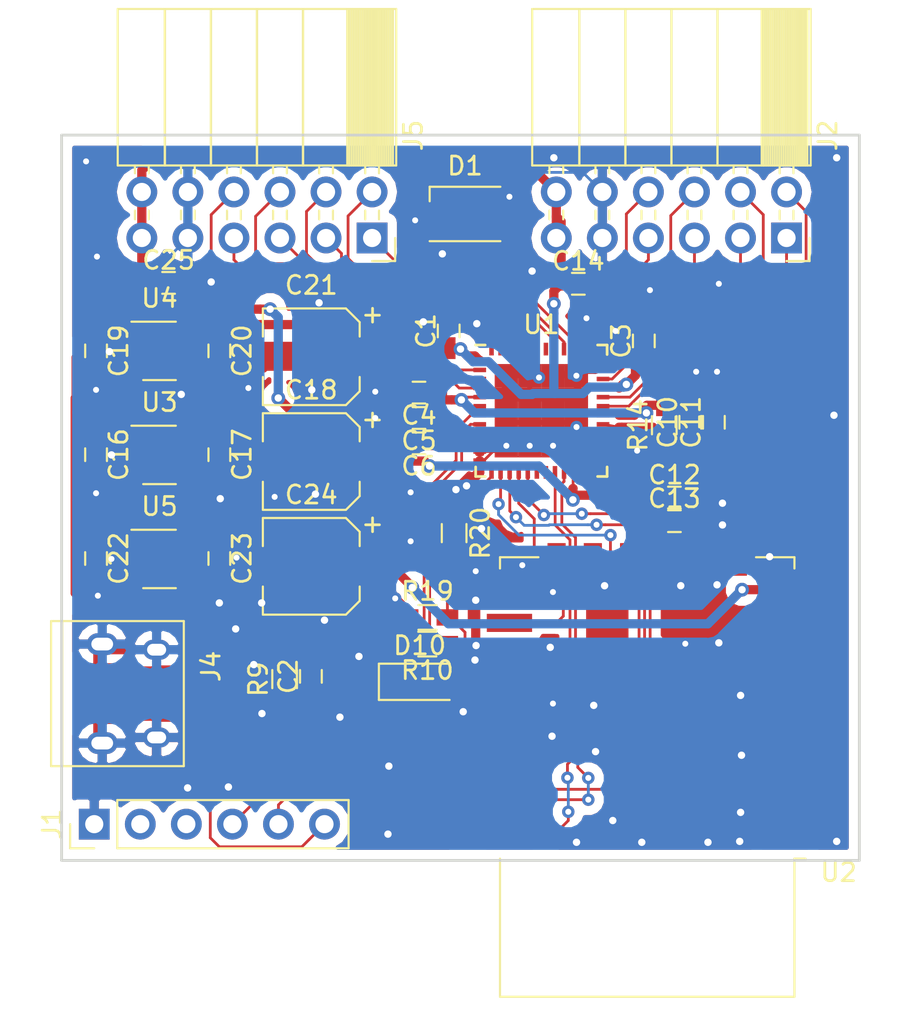
<source format=kicad_pcb>
(kicad_pcb (version 20171130) (host pcbnew 5.0-dev-unknown-dd04bcb~61~ubuntu17.10.1)
  (title_block (title "Project Title"))
  (layers (0 F.Cu jumper) (31 B.Cu jumper) (35 F.Paste user) (36 B.SilkS user) (37 F.SilkS user) (38 B.Mask user) (39 F.Mask user) (44 Edge.Cuts user))
  (net 0 "")
  (net 1 +3V3)
  (net 2 GND)
  (net 3 PMOD-2.10)
  (net 4 PMOD-2.9)
  (net 5 PMOD-2.8)
  (net 6 PMOD-2.7)
  (net 7 PMOD-2.4)
  (net 8 PMOD-2.3)
  (net 9 PMOD-2.2)
  (net 10 PMOD-2.1)
  (net 11 PMOD-1.1)
  (net 12 PMOD-1.2)
  (net 13 PMOD-1.3)
  (net 14 PMOD-1.4)
  (net 15 PMOD-1.7)
  (net 16 PMOD-1.8)
  (net 17 PMOD-1.9)
  (net 18 PMOD-1.10)
  (net 19 FPGA_CFG_MISO)
  (net 20 FPGA_CFG_SCLK)
  (net 21 FPGA_CFG_SS)
  (net 22 FPGA_CFG_MOSI)
  (net 23 +1V2)
  (net 24 FPGA_CDONE)
  (net 25 +3.3VA)
  (net 26 "Net-(C2-Pad1)")
  (net 27 "Net-(D10-Pad2)")
  (net 28 FPGA_INT)
  (net 29 FPGA_CRESET)
  (net 30 ESP_PROG)
  (net 31 ESP_UART_TX)
  (net 32 ESP_UART_RX)
  (net 33 "Net-(J1-Pad3)")
  (net 34 "Net-(J1-Pad2)")
  (net 35 "Net-(D1-Pad2)")
  (net 36 "Net-(D1-Pad3)")
  (net 37 "Net-(D1-Pad4)")
  (net 38 "Net-(U1-Pad43)")
  (net 39 "Net-(J4-Pad4)")
  (net 40 "Net-(J4-Pad3)")
  (net 41 "Net-(J4-Pad2)")
  (net 42 VDD)
  (net 43 "Net-(U2-Pad14)")
  (net 44 "Net-(U2-Pad13)")
  (net 45 "Net-(U2-Pad12)")
  (net 46 "Net-(U2-Pad11)")
  (net 47 "Net-(U2-Pad10)")
  (net 48 "Net-(U2-Pad9)")
  (net 49 "Net-(U2-Pad2)")
  (net 50 "Net-(U2-Pad1)")
  (net 51 "Net-(U4-Pad4)")
  (net 52 "Net-(U5-Pad4)")
  (net 53 "Net-(U3-Pad4)")
  (net 54 "Net-(U1-Pad42)")
  (net 55 "Net-(U1-Pad38)")
  (net 56 /VCCPLL)
  (net 57 "Net-(U1-Pad19)")
  (net 58 "Net-(U1-Pad18)")
  (net 59 "Net-(U1-Pad6)")
  (net 60 "Net-(U2-Pad4)")
  (module RF_Modules:ESP-12E (layer F.Cu) (at 123.3 135.4 180)
    (fp_text reference U2 (at -10.56 -5.26 180) (layer F.SilkS))
    (fp_text value ESP-12E)
    (pad 1 smd rect (at -7.6 -3.5 180) (size 2.5 1) (layers F.Cu F.Paste F.Mask) (net 50 "Net-(U2-Pad1)"))
    (pad 2 smd rect (at -7.6 -1.5 180) (size 2.5 1) (layers F.Cu F.Paste F.Mask) (net 49 "Net-(U2-Pad2)"))
    (pad 3 smd rect (at -7.6 0.5 180) (size 2.5 1) (layers F.Cu F.Paste F.Mask) (net 26 "Net-(C2-Pad1)"))
    (pad 4 smd rect (at -7.6 2.5 180) (size 2.5 1) (layers F.Cu F.Paste F.Mask) (net 60 "Net-(U2-Pad4)"))
    (pad 5 smd rect (at -7.6 4.5 180) (size 2.5 1) (layers F.Cu F.Paste F.Mask) (net 20 FPGA_CFG_SCLK))
    (pad 6 smd rect (at -7.6 6.5 180) (size 2.5 1) (layers F.Cu F.Paste F.Mask) (net 19 FPGA_CFG_MISO))
    (pad 7 smd rect (at -7.6 8.5 180) (size 2.5 1) (layers F.Cu F.Paste F.Mask) (net 22 FPGA_CFG_MOSI))
    (pad 8 smd rect (at -7.6 10.5 180) (size 2.5 1) (layers F.Cu F.Paste F.Mask) (net 25 +3.3VA))
    (pad 9 smd rect (at -5 12 180) (size 1 1.8) (layers F.Cu F.Paste F.Mask) (net 48 "Net-(U2-Pad9)"))
    (pad 10 smd rect (at -3 12 180) (size 1 1.8) (layers F.Cu F.Paste F.Mask) (net 47 "Net-(U2-Pad10)"))
    (pad 11 smd rect (at -1 12 180) (size 1 1.8) (layers F.Cu F.Paste F.Mask) (net 46 "Net-(U2-Pad11)"))
    (pad 12 smd rect (at 1 12 180) (size 1 1.8) (layers F.Cu F.Paste F.Mask) (net 45 "Net-(U2-Pad12)"))
    (pad 13 smd rect (at 3 12 180) (size 1 1.8) (layers F.Cu F.Paste F.Mask) (net 44 "Net-(U2-Pad13)"))
    (pad 14 smd rect (at 5 12 180) (size 1 1.8) (layers F.Cu F.Paste F.Mask) (net 43 "Net-(U2-Pad14)"))
    (pad 15 smd rect (at 7.6 10.5 180) (size 2.5 1) (layers F.Cu F.Paste F.Mask) (net 2 GND))
    (pad 16 smd rect (at 7.6 8.5 180) (size 2.5 1) (layers F.Cu F.Paste F.Mask) (net 21 FPGA_CFG_SS))
    (pad 17 smd rect (at 7.6 6.5 180) (size 2.5 1) (layers F.Cu F.Paste F.Mask) (net 28 FPGA_INT))
    (pad 18 smd rect (at 7.6 4.5 180) (size 2.5 1) (layers F.Cu F.Paste F.Mask) (net 27 "Net-(D10-Pad2)"))
    (pad 19 smd rect (at 7.6 2.5 180) (size 2.5 1) (layers F.Cu F.Paste F.Mask) (net 24 FPGA_CDONE))
    (pad 20 smd rect (at 7.6 0.5 180) (size 2.5 1) (layers F.Cu F.Paste F.Mask) (net 29 FPGA_CRESET))
    (pad 21 smd rect (at 7.6 -1.5 180) (size 2.5 1) (layers F.Cu F.Paste F.Mask) (net 32 ESP_UART_RX))
    (pad 22 smd rect (at 7.6 -3.5 180) (size 2.5 1) (layers F.Cu F.Paste F.Mask) (net 31 ESP_UART_TX))
  )
  (module Connectors:USB_Micro-B_10103594-0001LF (layer F.Cu) (at 94.62 130.8 270)
    (fp_text reference J4 (at -1.5 -4.62 270) (layer F.SilkS))
    (fp_text value USB_B_Micro)
    (pad 1 smd rect (at -1.3 -1.5) (size 1.65 0.4) (layers F.Cu F.Paste F.Mask) (net 42 VDD))
    (pad 2 smd rect (at -0.65 -1.5) (size 1.65 0.4) (layers F.Cu F.Paste F.Mask) (net 41 "Net-(J4-Pad2)"))
    (pad 3 smd rect (at 0 -1.5) (size 1.65 0.4) (layers F.Cu F.Paste F.Mask) (net 40 "Net-(J4-Pad3)"))
    (pad 4 smd rect (at 0.65 -1.5) (size 1.65 0.4) (layers F.Cu F.Paste F.Mask) (net 39 "Net-(J4-Pad4)"))
    (pad 5 smd rect (at 1.3 -1.5) (size 1.65 0.4) (layers F.Cu F.Paste F.Mask) (net 2 GND))
    (pad 6 thru_hole oval (at -2.42 -1.62) (size 1.5 1.1) (drill oval 1.05 0.65) (layers *.Cu *.Mask) (net 2 GND))
    (pad 6 thru_hole oval (at 2.42 -1.62) (size 1.5 1.1) (drill oval 1.05 0.65) (layers *.Cu *.Mask) (net 2 GND))
    (pad 6 thru_hole oval (at -2.73 1.38) (size 1.7 1.2) (drill oval 1.2 0.7) (layers *.Cu *.Mask) (net 2 GND))
    (pad 6 thru_hole oval (at 2.73 1.38) (size 1.7 1.2) (drill oval 1.2 0.7) (layers *.Cu *.Mask) (net 2 GND))
    (pad 6 smd rect (at -0.96 1.62) (size 2.5 1.43) (layers F.Cu F.Paste F.Mask) (net 2 GND))
    (pad 6 smd rect (at 0.96 1.62) (size 2.5 1.43) (layers F.Cu F.Paste F.Mask) (net 2 GND))
  )
  (module Housings_DFN_QFN:QFN-48-1EP_7x7mm_Pitch0.5mm (layer F.Cu) (at 117.462 115.201)
    (fp_text reference U1 (at 0 -4.75) (layer F.SilkS))
    (fp_text value ICE40UP5K-SG48)
    (pad 49 smd rect (at -1.93125 -1.93125) (size 1.2875 1.2875) (layers F.Cu F.Paste F.Mask) (net 2 GND))
    (pad 49 smd rect (at -1.93125 -0.64375) (size 1.2875 1.2875) (layers F.Cu F.Paste F.Mask) (net 2 GND))
    (pad 49 smd rect (at -1.93125 0.64375) (size 1.2875 1.2875) (layers F.Cu F.Paste F.Mask) (net 2 GND))
    (pad 49 smd rect (at -1.93125 1.93125) (size 1.2875 1.2875) (layers F.Cu F.Paste F.Mask) (net 2 GND))
    (pad 49 smd rect (at -0.64375 -1.93125) (size 1.2875 1.2875) (layers F.Cu F.Paste F.Mask) (net 2 GND))
    (pad 49 smd rect (at -0.64375 -0.64375) (size 1.2875 1.2875) (layers F.Cu F.Paste F.Mask) (net 2 GND))
    (pad 49 smd rect (at -0.64375 0.64375) (size 1.2875 1.2875) (layers F.Cu F.Paste F.Mask) (net 2 GND))
    (pad 49 smd rect (at -0.64375 1.93125) (size 1.2875 1.2875) (layers F.Cu F.Paste F.Mask) (net 2 GND))
    (pad 49 smd rect (at 0.64375 -1.93125) (size 1.2875 1.2875) (layers F.Cu F.Paste F.Mask) (net 2 GND))
    (pad 49 smd rect (at 0.64375 -0.64375) (size 1.2875 1.2875) (layers F.Cu F.Paste F.Mask) (net 2 GND))
    (pad 49 smd rect (at 0.64375 0.64375) (size 1.2875 1.2875) (layers F.Cu F.Paste F.Mask) (net 2 GND))
    (pad 49 smd rect (at 0.64375 1.93125) (size 1.2875 1.2875) (layers F.Cu F.Paste F.Mask) (net 2 GND))
    (pad 49 smd rect (at 1.93125 -1.93125) (size 1.2875 1.2875) (layers F.Cu F.Paste F.Mask) (net 2 GND))
    (pad 49 smd rect (at 1.93125 -0.64375) (size 1.2875 1.2875) (layers F.Cu F.Paste F.Mask) (net 2 GND))
    (pad 49 smd rect (at 1.93125 0.64375) (size 1.2875 1.2875) (layers F.Cu F.Paste F.Mask) (net 2 GND))
    (pad 49 smd rect (at 1.93125 1.93125) (size 1.2875 1.2875) (layers F.Cu F.Paste F.Mask) (net 2 GND))
    (pad 48 smd rect (at -2.75 -3.4 90) (size 0.7 0.25) (layers F.Cu F.Paste F.Mask) (net 8 PMOD-2.3))
    (pad 47 smd rect (at -2.25 -3.4 90) (size 0.7 0.25) (layers F.Cu F.Paste F.Mask) (net 5 PMOD-2.8))
    (pad 46 smd rect (at -1.75 -3.4 90) (size 0.7 0.25) (layers F.Cu F.Paste F.Mask) (net 9 PMOD-2.2))
    (pad 45 smd rect (at -1.25 -3.4 90) (size 0.7 0.25) (layers F.Cu F.Paste F.Mask) (net 6 PMOD-2.7))
    (pad 44 smd rect (at -0.75 -3.4 90) (size 0.7 0.25) (layers F.Cu F.Paste F.Mask) (net 10 PMOD-2.1))
    (pad 43 smd rect (at -0.25 -3.4 90) (size 0.7 0.25) (layers F.Cu F.Paste F.Mask) (net 38 "Net-(U1-Pad43)"))
    (pad 42 smd rect (at 0.25 -3.4 90) (size 0.7 0.25) (layers F.Cu F.Paste F.Mask) (net 54 "Net-(U1-Pad42)"))
    (pad 41 smd rect (at 0.75 -3.4 90) (size 0.7 0.25) (layers F.Cu F.Paste F.Mask) (net 35 "Net-(D1-Pad2)"))
    (pad 40 smd rect (at 1.25 -3.4 90) (size 0.7 0.25) (layers F.Cu F.Paste F.Mask) (net 36 "Net-(D1-Pad3)"))
    (pad 39 smd rect (at 1.75 -3.4 90) (size 0.7 0.25) (layers F.Cu F.Paste F.Mask) (net 37 "Net-(D1-Pad4)"))
    (pad 38 smd rect (at 2.25 -3.4 90) (size 0.7 0.25) (layers F.Cu F.Paste F.Mask) (net 55 "Net-(U1-Pad38)"))
    (pad 37 smd rect (at 2.75 -3.4 90) (size 0.7 0.25) (layers F.Cu F.Paste F.Mask) (net 18 PMOD-1.10))
    (pad 36 smd rect (at 3.4 -2.75) (size 0.7 0.25) (layers F.Cu F.Paste F.Mask) (net 2 GND))
    (pad 35 smd rect (at 3.4 -2.25) (size 0.7 0.25) (layers F.Cu F.Paste F.Mask) (net 2 GND))
    (pad 34 smd rect (at 3.4 -1.75) (size 0.7 0.25) (layers F.Cu F.Paste F.Mask) (net 14 PMOD-1.4))
    (pad 33 smd rect (at 3.4 -1.25) (size 0.7 0.25) (layers F.Cu F.Paste F.Mask) (net 1 +3V3))
    (pad 32 smd rect (at 3.4 -0.75) (size 0.7 0.25) (layers F.Cu F.Paste F.Mask) (net 17 PMOD-1.9))
    (pad 31 smd rect (at 3.4 -0.25) (size 0.7 0.25) (layers F.Cu F.Paste F.Mask) (net 13 PMOD-1.3))
    (pad 30 smd rect (at 3.4 0.25) (size 0.7 0.25) (layers F.Cu F.Paste F.Mask) (net 23 +1V2))
    (pad 29 smd rect (at 3.4 0.75) (size 0.7 0.25) (layers F.Cu F.Paste F.Mask) (net 56 /VCCPLL))
    (pad 28 smd rect (at 3.4 1.25) (size 0.7 0.25) (layers F.Cu F.Paste F.Mask) (net 2 GND))
    (pad 27 smd rect (at 3.4 1.75) (size 0.7 0.25) (layers F.Cu F.Paste F.Mask) (net 12 PMOD-1.2))
    (pad 26 smd rect (at 3.4 2.25) (size 0.7 0.25) (layers F.Cu F.Paste F.Mask) (net 16 PMOD-1.8))
    (pad 25 smd rect (at 3.4 2.75) (size 0.7 0.25) (layers F.Cu F.Paste F.Mask) (net 11 PMOD-1.1))
    (pad 24 smd rect (at 2.75 3.4 90) (size 0.7 0.25) (layers F.Cu F.Paste F.Mask) (net 1 +3V3))
    (pad 23 smd rect (at 2.25 3.4 90) (size 0.7 0.25) (layers F.Cu F.Paste F.Mask) (net 15 PMOD-1.7))
    (pad 22 smd rect (at 1.75 3.4 90) (size 0.7 0.25) (layers F.Cu F.Paste F.Mask) (net 1 +3V3))
    (pad 21 smd rect (at 1.25 3.4 90) (size 0.7 0.25) (layers F.Cu F.Paste F.Mask) (net 32 ESP_UART_RX))
    (pad 20 smd rect (at 0.75 3.4 90) (size 0.7 0.25) (layers F.Cu F.Paste F.Mask) (net 31 ESP_UART_TX))
    (pad 19 smd rect (at 0.25 3.4 90) (size 0.7 0.25) (layers F.Cu F.Paste F.Mask) (net 57 "Net-(U1-Pad19)"))
    (pad 18 smd rect (at -0.25 3.4 90) (size 0.7 0.25) (layers F.Cu F.Paste F.Mask) (net 58 "Net-(U1-Pad18)"))
    (pad 17 smd rect (at -0.75 3.4 90) (size 0.7 0.25) (layers F.Cu F.Paste F.Mask) (net 22 FPGA_CFG_MOSI))
    (pad 16 smd rect (at -1.25 3.4 90) (size 0.7 0.25) (layers F.Cu F.Paste F.Mask) (net 21 FPGA_CFG_SS))
    (pad 15 smd rect (at -1.75 3.4 90) (size 0.7 0.25) (layers F.Cu F.Paste F.Mask) (net 20 FPGA_CFG_SCLK))
    (pad 14 smd rect (at -2.25 3.4 90) (size 0.7 0.25) (layers F.Cu F.Paste F.Mask) (net 19 FPGA_CFG_MISO))
    (pad 13 smd rect (at -2.75 3.4 90) (size 0.7 0.25) (layers F.Cu F.Paste F.Mask) (net 28 FPGA_INT))
    (pad 12 smd rect (at -3.4 2.75) (size 0.7 0.25) (layers F.Cu F.Paste F.Mask) (net 2 GND))
    (pad 11 smd rect (at -3.4 2.25) (size 0.7 0.25) (layers F.Cu F.Paste F.Mask) (net 2 GND))
    (pad 10 smd rect (at -3.4 1.75) (size 0.7 0.25) (layers F.Cu F.Paste F.Mask) (net 2 GND))
    (pad 9 smd rect (at -3.4 1.25) (size 0.7 0.25) (layers F.Cu F.Paste F.Mask) (net 2 GND))
    (pad 8 smd rect (at -3.4 0.75) (size 0.7 0.25) (layers F.Cu F.Paste F.Mask) (net 29 FPGA_CRESET))
    (pad 7 smd rect (at -3.4 0.25) (size 0.7 0.25) (layers F.Cu F.Paste F.Mask) (net 24 FPGA_CDONE))
    (pad 6 smd rect (at -3.4 -0.25) (size 0.7 0.25) (layers F.Cu F.Paste F.Mask) (net 59 "Net-(U1-Pad6)"))
    (pad 5 smd rect (at -3.4 -0.75) (size 0.7 0.25) (layers F.Cu F.Paste F.Mask) (net 23 +1V2))
    (pad 4 smd rect (at -3.4 -1.25) (size 0.7 0.25) (layers F.Cu F.Paste F.Mask) (net 3 PMOD-2.10))
    (pad 3 smd rect (at -3.4 -1.75) (size 0.7 0.25) (layers F.Cu F.Paste F.Mask) (net 7 PMOD-2.4))
    (pad 2 smd rect (at -3.4 -2.25) (size 0.7 0.25) (layers F.Cu F.Paste F.Mask) (net 4 PMOD-2.9))
    (pad 1 smd rect (at -3.4 -2.75) (size 0.7 0.25) (layers F.Cu F.Paste F.Mask) (net 1 +3V3))
  )
  (module TO_SOT_Packages_SMD:SOT-23-5_HandSoldering (layer F.Cu) (at 96.4 117.6375)
    (fp_text reference U3 (at 0 -2.9) (layer F.SilkS))
    (fp_text value MIC5504-3.3YM5)
    (pad 5 smd rect (at 1.35 -0.95) (size 1.56 0.65) (layers F.Cu F.Paste F.Mask) (net 1 +3V3))
    (pad 4 smd rect (at 1.35 0.95) (size 1.56 0.65) (layers F.Cu F.Paste F.Mask) (net 53 "Net-(U3-Pad4)"))
    (pad 3 smd rect (at -1.35 0.95) (size 1.56 0.65) (layers F.Cu F.Paste F.Mask) (net 23 +1V2))
    (pad 2 smd rect (at -1.35 0) (size 1.56 0.65) (layers F.Cu F.Paste F.Mask) (net 2 GND))
    (pad 1 smd rect (at -1.35 -0.95) (size 1.56 0.65) (layers F.Cu F.Paste F.Mask) (net 42 VDD))
  )
  (module TO_SOT_Packages_SMD:SOT-23-5_HandSoldering (layer F.Cu) (at 96.4 123.375)
    (fp_text reference U5 (at 0 -2.9) (layer F.SilkS))
    (fp_text value MIC5504-3.3YM5)
    (pad 1 smd rect (at -1.35 -0.95) (size 1.56 0.65) (layers F.Cu F.Paste F.Mask) (net 42 VDD))
    (pad 2 smd rect (at -1.35 0) (size 1.56 0.65) (layers F.Cu F.Paste F.Mask) (net 2 GND))
    (pad 3 smd rect (at -1.35 0.95) (size 1.56 0.65) (layers F.Cu F.Paste F.Mask) (net 42 VDD))
    (pad 4 smd rect (at 1.35 0.95) (size 1.56 0.65) (layers F.Cu F.Paste F.Mask) (net 52 "Net-(U5-Pad4)"))
    (pad 5 smd rect (at 1.35 -0.95) (size 1.56 0.65) (layers F.Cu F.Paste F.Mask) (net 25 +3.3VA))
  )
  (module TO_SOT_Packages_SMD:SOT-23-5_HandSoldering (layer F.Cu) (at 96.4 111.9)
    (fp_text reference U4 (at 0 -2.9) (layer F.SilkS))
    (fp_text value MIC5504-1.2YM5)
    (pad 5 smd rect (at 1.35 -0.95) (size 1.56 0.65) (layers F.Cu F.Paste F.Mask) (net 23 +1V2))
    (pad 4 smd rect (at 1.35 0.95) (size 1.56 0.65) (layers F.Cu F.Paste F.Mask) (net 51 "Net-(U4-Pad4)"))
    (pad 3 smd rect (at -1.35 0.95) (size 1.56 0.65) (layers F.Cu F.Paste F.Mask) (net 42 VDD))
    (pad 2 smd rect (at -1.35 0) (size 1.56 0.65) (layers F.Cu F.Paste F.Mask) (net 2 GND))
    (pad 1 smd rect (at -1.35 -0.95) (size 1.56 0.65) (layers F.Cu F.Paste F.Mask) (net 42 VDD))
  )
  (module Capacitors_SMD:CP_Elec_5x5.3 (layer F.Cu) (at 104.77 117.9775 180)
    (fp_text reference C18 (at 0 3.92 180) (layer F.SilkS))
    (fp_text value 47uF)
    (fp_text user + (at -3.38 2.34 180) (layer F.SilkS))
    (pad 2 smd rect (at 2.2 0) (size 3 1.6) (layers F.Cu F.Paste F.Mask) (net 2 GND))
    (pad 1 smd rect (at -2.2 0) (size 3 1.6) (layers F.Cu F.Paste F.Mask) (net 1 +3V3))
  )
  (module Capacitors_SMD:CP_Elec_5x5.3 (layer F.Cu) (at 104.77 112.199 180)
    (fp_text reference C21 (at 0 3.92 180) (layer F.SilkS))
    (fp_text value 47uF)
    (fp_text user + (at -3.38 2.34 180) (layer F.SilkS))
    (pad 1 smd rect (at -2.2 0) (size 3 1.6) (layers F.Cu F.Paste F.Mask) (net 23 +1V2))
    (pad 2 smd rect (at 2.2 0) (size 3 1.6) (layers F.Cu F.Paste F.Mask) (net 2 GND))
  )
  (module Capacitors_SMD:CP_Elec_5x5.3 (layer F.Cu) (at 104.77 123.756 180)
    (fp_text reference C24 (at 0 3.92 180) (layer F.SilkS))
    (fp_text value 47uF)
    (fp_text user + (at -3.38 2.34 180) (layer F.SilkS))
    (pad 2 smd rect (at 2.2 0) (size 3 1.6) (layers F.Cu F.Paste F.Mask) (net 2 GND))
    (pad 1 smd rect (at -2.2 0) (size 3 1.6) (layers F.Cu F.Paste F.Mask) (net 25 +3.3VA))
  )
  (module Diodes_SMD:D_SOD-123 (layer F.Cu) (at 110.75 130.15)
    (fp_text reference D10 (at 0 -2) (layer F.SilkS))
    (fp_text value D_Schottky)
    (pad 2 smd rect (at 1.65 0) (size 0.9 1.2) (layers F.Cu F.Paste F.Mask) (net 27 "Net-(D10-Pad2)"))
    (pad 1 smd rect (at -1.65 0) (size 0.9 1.2) (layers F.Cu F.Paste F.Mask) (net 30 ESP_PROG))
  )
  (module LEDs:LED_Cree-PLCC4_3.2x2.8mm_CCW (layer F.Cu) (at 113.25 104.35)
    (fp_text reference D1 (at 0 -2.65) (layer F.SilkS))
    (fp_text value LED_ARGB)
    (pad 2 smd rect (at -1.25 0.7) (size 1 0.8) (layers F.Cu F.Paste F.Mask) (net 35 "Net-(D1-Pad2)"))
    (pad 3 smd rect (at 1.25 0.7) (size 1 0.8) (layers F.Cu F.Paste F.Mask) (net 36 "Net-(D1-Pad3)"))
    (pad 4 smd rect (at 1.25 -0.7) (size 1 0.8) (layers F.Cu F.Paste F.Mask) (net 37 "Net-(D1-Pad4)"))
    (pad 1 smd rect (at -1.25 -0.7) (size 1 0.8) (layers F.Cu F.Paste F.Mask) (net 1 +3V3))
  )
  (module Pin_Headers:Pin_Header_Straight_1x06_Pitch2.54mm (layer F.Cu) (at 92.8 138 90)
    (fp_text reference J1 (at 0 -2.33 90) (layer F.SilkS))
    (fp_text value Conn_01x06)
    (pad 6 thru_hole oval (at 0 12.7 90) (size 1.7 1.7) (drill 1) (layers *.Cu *.Mask) (net 30 ESP_PROG))
    (pad 5 thru_hole oval (at 0 10.16 90) (size 1.7 1.7) (drill 1) (layers *.Cu *.Mask) (net 31 ESP_UART_TX))
    (pad 4 thru_hole oval (at 0 7.62 90) (size 1.7 1.7) (drill 1) (layers *.Cu *.Mask) (net 32 ESP_UART_RX))
    (pad 3 thru_hole oval (at 0 5.08 90) (size 1.7 1.7) (drill 1) (layers *.Cu *.Mask) (net 33 "Net-(J1-Pad3)"))
    (pad 2 thru_hole oval (at 0 2.54 90) (size 1.7 1.7) (drill 1) (layers *.Cu *.Mask) (net 34 "Net-(J1-Pad2)"))
    (pad 1 thru_hole rect (at 0 0 90) (size 1.7 1.7) (drill 1) (layers *.Cu *.Mask) (net 2 GND))
  )
  (module Socket_Strips:Socket_Strip_Angled_2x06_Pitch2.54mm (layer F.Cu) (at 130.985 105.675 270)
    (fp_text reference J2 (at -5.65 -2.27 270) (layer F.SilkS))
    (fp_text value PMOD1)
    (pad 1 thru_hole rect (at 0 0 270) (size 1.7 1.7) (drill 1) (layers *.Cu *.Mask) (net 11 PMOD-1.1))
    (pad 2 thru_hole oval (at -2.54 0 270) (size 1.7 1.7) (drill 1) (layers *.Cu *.Mask) (net 15 PMOD-1.7))
    (pad 3 thru_hole oval (at 0 2.54 270) (size 1.7 1.7) (drill 1) (layers *.Cu *.Mask) (net 12 PMOD-1.2))
    (pad 4 thru_hole oval (at -2.54 2.54 270) (size 1.7 1.7) (drill 1) (layers *.Cu *.Mask) (net 16 PMOD-1.8))
    (pad 5 thru_hole oval (at 0 5.08 270) (size 1.7 1.7) (drill 1) (layers *.Cu *.Mask) (net 13 PMOD-1.3))
    (pad 6 thru_hole oval (at -2.54 5.08 270) (size 1.7 1.7) (drill 1) (layers *.Cu *.Mask) (net 17 PMOD-1.9))
    (pad 7 thru_hole oval (at 0 7.62 270) (size 1.7 1.7) (drill 1) (layers *.Cu *.Mask) (net 14 PMOD-1.4))
    (pad 8 thru_hole oval (at -2.54 7.62 270) (size 1.7 1.7) (drill 1) (layers *.Cu *.Mask) (net 18 PMOD-1.10))
    (pad 9 thru_hole oval (at 0 10.16 270) (size 1.7 1.7) (drill 1) (layers *.Cu *.Mask) (net 2 GND))
    (pad 10 thru_hole oval (at -2.54 10.16 270) (size 1.7 1.7) (drill 1) (layers *.Cu *.Mask) (net 2 GND))
    (pad 11 thru_hole oval (at 0 12.7 270) (size 1.7 1.7) (drill 1) (layers *.Cu *.Mask) (net 1 +3V3))
    (pad 12 thru_hole oval (at -2.54 12.7 270) (size 1.7 1.7) (drill 1) (layers *.Cu *.Mask) (net 1 +3V3))
  )
  (module Capacitors_SMD:C_0603_HandSoldering (layer F.Cu) (at 112.35 110.8 90)
    (fp_text reference C1 (at 0 -1.25 90) (layer F.SilkS))
    (fp_text value 0.1uF)
    (pad 2 smd rect (at 0.95 0 90) (size 1.2 0.75) (layers F.Cu F.Paste F.Mask) (net 2 GND))
    (pad 1 smd rect (at -0.95 0 90) (size 1.2 0.75) (layers F.Cu F.Paste F.Mask) (net 1 +3V3))
  )
  (module Capacitors_SMD:C_0603_HandSoldering (layer F.Cu) (at 104.75 129.85 90)
    (fp_text reference C2 (at 0 -1.25 90) (layer F.SilkS))
    (fp_text value 0.1uF)
    (pad 1 smd rect (at -0.95 0 90) (size 1.2 0.75) (layers F.Cu F.Paste F.Mask) (net 26 "Net-(C2-Pad1)"))
    (pad 2 smd rect (at 0.95 0 90) (size 1.2 0.75) (layers F.Cu F.Paste F.Mask) (net 30 ESP_PROG))
  )
  (module Capacitors_SMD:C_0603_HandSoldering (layer F.Cu) (at 123.112 111.351 90)
    (fp_text reference C3 (at 0 -1.25 90) (layer F.SilkS))
    (fp_text value 0.1uF)
    (pad 1 smd rect (at -0.95 0 90) (size 1.2 0.75) (layers F.Cu F.Paste F.Mask) (net 1 +3V3))
    (pad 2 smd rect (at 0.95 0 90) (size 1.2 0.75) (layers F.Cu F.Paste F.Mask) (net 2 GND))
  )
  (module Capacitors_SMD:C_0603_HandSoldering (layer F.Cu) (at 110.712 114.201 180)
    (fp_text reference C4 (at 0 -1.25 180) (layer F.SilkS))
    (fp_text value 0.01uF)
    (pad 1 smd rect (at -0.95 0 180) (size 1.2 0.75) (layers F.Cu F.Paste F.Mask) (net 23 +1V2))
    (pad 2 smd rect (at 0.95 0 180) (size 1.2 0.75) (layers F.Cu F.Paste F.Mask) (net 2 GND))
  )
  (module Capacitors_SMD:C_0603_HandSoldering (layer F.Cu) (at 110.712 115.601 180)
    (fp_text reference C5 (at 0 -1.25 180) (layer F.SilkS))
    (fp_text value 0.1uF)
    (pad 2 smd rect (at 0.95 0 180) (size 1.2 0.75) (layers F.Cu F.Paste F.Mask) (net 2 GND))
    (pad 1 smd rect (at -0.95 0 180) (size 1.2 0.75) (layers F.Cu F.Paste F.Mask) (net 23 +1V2))
  )
  (module Capacitors_SMD:C_0603_HandSoldering (layer F.Cu) (at 110.712 117.001 180)
    (fp_text reference C6 (at 0 -1.25 180) (layer F.SilkS))
    (fp_text value 1uF)
    (pad 1 smd rect (at -0.95 0 180) (size 1.2 0.75) (layers F.Cu F.Paste F.Mask) (net 23 +1V2))
    (pad 2 smd rect (at 0.95 0 180) (size 1.2 0.75) (layers F.Cu F.Paste F.Mask) (net 2 GND))
  )
  (module Capacitors_SMD:C_0603_HandSoldering (layer F.Cu) (at 125.675 115.838 90)
    (fp_text reference C10 (at 0 -1.25 90) (layer F.SilkS))
    (fp_text value 0.01uF)
    (pad 2 smd rect (at 0.95 0 90) (size 1.2 0.75) (layers F.Cu F.Paste F.Mask) (net 2 GND))
    (pad 1 smd rect (at -0.95 0 90) (size 1.2 0.75) (layers F.Cu F.Paste F.Mask) (net 56 /VCCPLL))
  )
  (module Capacitors_SMD:C_0603_HandSoldering (layer F.Cu) (at 126.975 115.838 90)
    (fp_text reference C11 (at 0 -1.25 90) (layer F.SilkS))
    (fp_text value 0.1uF)
    (pad 1 smd rect (at -0.95 0 90) (size 1.2 0.75) (layers F.Cu F.Paste F.Mask) (net 56 /VCCPLL))
    (pad 2 smd rect (at 0.95 0 90) (size 1.2 0.75) (layers F.Cu F.Paste F.Mask) (net 2 GND))
  )
  (module Capacitors_SMD:C_0603_HandSoldering (layer F.Cu) (at 124.8 119.99)
    (fp_text reference C12 (at 0 -1.25) (layer F.SilkS))
    (fp_text value 0.01uF)
    (pad 1 smd rect (at -0.95 0) (size 1.2 0.75) (layers F.Cu F.Paste F.Mask) (net 1 +3V3))
    (pad 2 smd rect (at 0.95 0) (size 1.2 0.75) (layers F.Cu F.Paste F.Mask) (net 2 GND))
  )
  (module Capacitors_SMD:C_0603_HandSoldering (layer F.Cu) (at 124.8 121.29)
    (fp_text reference C13 (at 0 -1.25) (layer F.SilkS))
    (fp_text value 0.1uF)
    (pad 2 smd rect (at 0.95 0) (size 1.2 0.75) (layers F.Cu F.Paste F.Mask) (net 2 GND))
    (pad 1 smd rect (at -0.95 0) (size 1.2 0.75) (layers F.Cu F.Paste F.Mask) (net 1 +3V3))
  )
  (module Capacitors_SMD:C_0603_HandSoldering (layer F.Cu) (at 119.5 108.2)
    (fp_text reference C14 (at 0 -1.25) (layer F.SilkS))
    (fp_text value 0.1uF)
    (pad 2 smd rect (at 0.95 0) (size 1.2 0.75) (layers F.Cu F.Paste F.Mask) (net 2 GND))
    (pad 1 smd rect (at -0.95 0) (size 1.2 0.75) (layers F.Cu F.Paste F.Mask) (net 1 +3V3))
  )
  (module Capacitors_SMD:C_0603_HandSoldering (layer F.Cu) (at 92.9 117.625 270)
    (fp_text reference C16 (at 0 -1.25 270) (layer F.SilkS))
    (fp_text value 1.0uF)
    (pad 1 smd rect (at -0.95 0 270) (size 1.2 0.75) (layers F.Cu F.Paste F.Mask) (net 42 VDD))
    (pad 2 smd rect (at 0.95 0 270) (size 1.2 0.75) (layers F.Cu F.Paste F.Mask) (net 2 GND))
  )
  (module Capacitors_SMD:C_0603_HandSoldering (layer F.Cu) (at 99.7 117.625 270)
    (fp_text reference C17 (at 0 -1.25 270) (layer F.SilkS))
    (fp_text value 1.0uF)
    (pad 2 smd rect (at 0.95 0 270) (size 1.2 0.75) (layers F.Cu F.Paste F.Mask) (net 2 GND))
    (pad 1 smd rect (at -0.95 0 270) (size 1.2 0.75) (layers F.Cu F.Paste F.Mask) (net 1 +3V3))
  )
  (module Capacitors_SMD:C_0603_HandSoldering (layer F.Cu) (at 92.9 111.9 270)
    (fp_text reference C19 (at 0 -1.25 270) (layer F.SilkS))
    (fp_text value 1.0uF)
    (pad 1 smd rect (at -0.95 0 270) (size 1.2 0.75) (layers F.Cu F.Paste F.Mask) (net 42 VDD))
    (pad 2 smd rect (at 0.95 0 270) (size 1.2 0.75) (layers F.Cu F.Paste F.Mask) (net 2 GND))
  )
  (module Capacitors_SMD:C_0603_HandSoldering (layer F.Cu) (at 99.7 111.9 270)
    (fp_text reference C20 (at 0 -1.25 270) (layer F.SilkS))
    (fp_text value 1.0uF)
    (pad 1 smd rect (at -0.95 0 270) (size 1.2 0.75) (layers F.Cu F.Paste F.Mask) (net 23 +1V2))
    (pad 2 smd rect (at 0.95 0 270) (size 1.2 0.75) (layers F.Cu F.Paste F.Mask) (net 2 GND))
  )
  (module Capacitors_SMD:C_0603_HandSoldering (layer F.Cu) (at 92.9 123.35 270)
    (fp_text reference C22 (at 0 -1.25 270) (layer F.SilkS))
    (fp_text value 1.0uF)
    (pad 1 smd rect (at -0.95 0 270) (size 1.2 0.75) (layers F.Cu F.Paste F.Mask) (net 42 VDD))
    (pad 2 smd rect (at 0.95 0 270) (size 1.2 0.75) (layers F.Cu F.Paste F.Mask) (net 2 GND))
  )
  (module Capacitors_SMD:C_0603_HandSoldering (layer F.Cu) (at 99.7 123.35 270)
    (fp_text reference C23 (at 0 -1.25 270) (layer F.SilkS))
    (fp_text value 1.0uF)
    (pad 1 smd rect (at -0.95 0 270) (size 1.2 0.75) (layers F.Cu F.Paste F.Mask) (net 25 +3.3VA))
    (pad 2 smd rect (at 0.95 0 270) (size 1.2 0.75) (layers F.Cu F.Paste F.Mask) (net 2 GND))
  )
  (module Capacitors_SMD:C_0603_HandSoldering (layer F.Cu) (at 96.9 108.15)
    (fp_text reference C25 (at 0 -1.25) (layer F.SilkS))
    (fp_text value 0.1uF)
    (pad 2 smd rect (at 0.95 0) (size 1.2 0.75) (layers F.Cu F.Paste F.Mask) (net 2 GND))
    (pad 1 smd rect (at -0.95 0) (size 1.2 0.75) (layers F.Cu F.Paste F.Mask) (net 1 +3V3))
  )
  (module Socket_Strips:Socket_Strip_Angled_2x06_Pitch2.54mm (layer F.Cu) (at 108.125 105.675 270)
    (fp_text reference J5 (at -5.65 -2.27 270) (layer F.SilkS))
    (fp_text value PMOD2)
    (pad 12 thru_hole oval (at -2.54 12.7 270) (size 1.7 1.7) (drill 1) (layers *.Cu *.Mask) (net 1 +3V3))
    (pad 11 thru_hole oval (at 0 12.7 270) (size 1.7 1.7) (drill 1) (layers *.Cu *.Mask) (net 1 +3V3))
    (pad 10 thru_hole oval (at -2.54 10.16 270) (size 1.7 1.7) (drill 1) (layers *.Cu *.Mask) (net 2 GND))
    (pad 9 thru_hole oval (at 0 10.16 270) (size 1.7 1.7) (drill 1) (layers *.Cu *.Mask) (net 2 GND))
    (pad 8 thru_hole oval (at -2.54 7.62 270) (size 1.7 1.7) (drill 1) (layers *.Cu *.Mask) (net 3 PMOD-2.10))
    (pad 7 thru_hole oval (at 0 7.62 270) (size 1.7 1.7) (drill 1) (layers *.Cu *.Mask) (net 7 PMOD-2.4))
    (pad 6 thru_hole oval (at -2.54 5.08 270) (size 1.7 1.7) (drill 1) (layers *.Cu *.Mask) (net 4 PMOD-2.9))
    (pad 5 thru_hole oval (at 0 5.08 270) (size 1.7 1.7) (drill 1) (layers *.Cu *.Mask) (net 8 PMOD-2.3))
    (pad 4 thru_hole oval (at -2.54 2.54 270) (size 1.7 1.7) (drill 1) (layers *.Cu *.Mask) (net 5 PMOD-2.8))
    (pad 3 thru_hole oval (at 0 2.54 270) (size 1.7 1.7) (drill 1) (layers *.Cu *.Mask) (net 9 PMOD-2.2))
    (pad 2 thru_hole oval (at -2.54 0 270) (size 1.7 1.7) (drill 1) (layers *.Cu *.Mask) (net 6 PMOD-2.7))
    (pad 1 thru_hole rect (at 0 0 270) (size 1.7 1.7) (drill 1) (layers *.Cu *.Mask) (net 10 PMOD-2.1))
  )
  (module Resistors_SMD:R_0603_HandSoldering (layer F.Cu) (at 103.3 130 90)
    (fp_text reference R9 (at 0 -1.45 90) (layer F.SilkS))
    (fp_text value 10k)
    (pad 1 smd rect (at -1.1 0 90) (size 1.2 0.9) (layers F.Cu F.Paste F.Mask) (net 26 "Net-(C2-Pad1)"))
    (pad 2 smd rect (at 1.1 0 90) (size 1.2 0.9) (layers F.Cu F.Paste F.Mask) (net 25 +3.3VA))
  )
  (module Resistors_SMD:R_0603_HandSoldering (layer F.Cu) (at 111.17 128.07 180)
    (fp_text reference R10 (at 0 -1.45 180) (layer F.SilkS))
    (fp_text value 10k)
    (pad 2 smd rect (at 1.1 0 180) (size 1.2 0.9) (layers F.Cu F.Paste F.Mask) (net 25 +3.3VA))
    (pad 1 smd rect (at -1.1 0 180) (size 1.2 0.9) (layers F.Cu F.Paste F.Mask) (net 27 "Net-(D10-Pad2)"))
  )
  (module Resistors_SMD:R_0603_HandSoldering (layer F.Cu) (at 124.241 116 90)
    (fp_text reference R14 (at 0 -1.45 90) (layer F.SilkS))
    (fp_text value 100)
    (pad 2 smd rect (at 1.1 0 90) (size 1.2 0.9) (layers F.Cu F.Paste F.Mask) (net 23 +1V2))
    (pad 1 smd rect (at -1.1 0 90) (size 1.2 0.9) (layers F.Cu F.Paste F.Mask) (net 56 /VCCPLL))
  )
  (module Resistors_SMD:R_0603_HandSoldering (layer F.Cu) (at 111.18 126.6)
    (fp_text reference R19 (at 0 -1.45) (layer F.SilkS))
    (fp_text value 10k)
    (pad 1 smd rect (at -1.1 0) (size 1.2 0.9) (layers F.Cu F.Paste F.Mask) (net 2 GND))
    (pad 2 smd rect (at 1.1 0) (size 1.2 0.9) (layers F.Cu F.Paste F.Mask) (net 28 FPGA_INT))
  )
  (module Resistors_SMD:R_0603_HandSoldering (layer F.Cu) (at 112.65 121.95 270)
    (fp_text reference R20 (at 0 -1.45 270) (layer F.SilkS))
    (fp_text value 10k)
    (pad 2 smd rect (at 1.1 0 270) (size 1.2 0.9) (layers F.Cu F.Paste F.Mask) (net 21 FPGA_CFG_SS))
    (pad 1 smd rect (at -1.1 0 270) (size 1.2 0.9) (layers F.Cu F.Paste F.Mask) (net 2 GND))
  )
  (gr_line (start 91 100) (end 135 100) (layer Edge.Cuts) (width 0.1524))
  (gr_line (start 135 100) (end 135 140) (layer Edge.Cuts) (width 0.1524))
  (gr_line (start 91 140) (end 91 100) (layer Edge.Cuts) (width 0.1524))
  (gr_line (start 135 140) (end 91 140) (layer Edge.Cuts) (width 0.1524))
  (segment (start 113 111.8) (end 113.380999 112.180999) (width 0.508) (layer F.Cu) (net 1))
  (segment (start 113.380999 112.180999) (end 113.791999 112.180999) (width 0.508) (layer F.Cu) (net 1))
  (segment (start 113.791999 112.180999) (end 114.030599 112.419599) (width 0.508) (layer F.Cu) (net 1))
  (segment (start 114.030599 112.419599) (end 114.062 112.419599) (width 0.508) (layer F.Cu) (net 1))
  (segment (start 111.85 101.4) (end 112.1 101.4) (width 0.508) (layer F.Cu) (net 1))
  (segment (start 95.957919 101.4) (end 111.85 101.4) (width 0.508) (layer F.Cu) (net 1))
  (segment (start 112 102.742) (end 111.85 102.592) (width 0.508) (layer F.Cu) (net 1))
  (segment (start 112 103.65) (end 112 102.742) (width 0.508) (layer F.Cu) (net 1))
  (segment (start 111.85 102.592) (end 111.85 101.4) (width 0.508) (layer F.Cu) (net 1))
  (segment (start 112.95 111.75) (end 113 111.8) (width 0.508) (layer F.Cu) (net 1))
  (segment (start 112.35 111.75) (end 112.95 111.75) (width 0.508) (layer F.Cu) (net 1))
  (via (at 113 111.8) (size 0.762) (drill 0.4064) (layers F.Cu B.Cu) (net 1))
  (segment (start 102.95 110.05) (end 102.880999 109.980999) (width 0.508) (layer B.Cu) (net 1))
  (segment (start 102.880999 109.980999) (end 102.5 109.6) (width 0.508) (layer B.Cu) (net 1))
  (segment (start 95.95 108.15) (end 96.175 108.15) (width 0.508) (layer F.Cu) (net 1))
  (segment (start 97.625 109.6) (end 101.961185 109.6) (width 0.508) (layer F.Cu) (net 1))
  (segment (start 102.95 114.5) (end 102.95 110.05) (width 0.508) (layer B.Cu) (net 1))
  (segment (start 101.961185 109.6) (end 102.5 109.6) (width 0.508) (layer F.Cu) (net 1))
  (segment (start 96.175 108.15) (end 97.625 109.6) (width 0.508) (layer F.Cu) (net 1))
  (via (at 102.5 109.6) (size 0.762) (drill 0.4064) (layers F.Cu B.Cu) (net 1))
  (segment (start 119.451628 119.860699) (end 119.200364 120.111963) (width 0.508) (layer F.Cu) (net 1))
  (segment (start 117.338401 118.25) (end 119.200364 120.111963) (width 0.508) (layer B.Cu) (net 1))
  (segment (start 119.200364 119.499636) (end 119.200364 119.573148) (width 0.508) (layer F.Cu) (net 1))
  (segment (start 119.200364 119.573148) (end 119.200364 120.111963) (width 0.508) (layer F.Cu) (net 1))
  (segment (start 122.742 119.99) (end 122.612699 119.860699) (width 0.508) (layer F.Cu) (net 1))
  (segment (start 119.212 119.488) (end 119.200364 119.499636) (width 0.508) (layer F.Cu) (net 1))
  (segment (start 123.85 119.99) (end 122.742 119.99) (width 0.508) (layer F.Cu) (net 1))
  (segment (start 122.612699 119.860699) (end 119.451628 119.860699) (width 0.508) (layer F.Cu) (net 1))
  (segment (start 111.29039 118.25) (end 117.338401 118.25) (width 0.508) (layer B.Cu) (net 1))
  (segment (start 119.203963 120.111963) (end 119.200364 120.111963) (width 0.508) (layer F.Cu) (net 1))
  (via (at 119.200364 120.111963) (size 0.762) (drill 0.4064) (layers F.Cu B.Cu) (net 1))
  (segment (start 119.292 120.2) (end 119.203963 120.111963) (width 0.508) (layer F.Cu) (net 1))
  (segment (start 113.7 112.5) (end 114.55 112.5) (width 0.508) (layer B.Cu) (net 1))
  (segment (start 113 111.8) (end 113.7 112.5) (width 0.508) (layer B.Cu) (net 1))
  (segment (start 116.95 114.3) (end 117 114.25) (width 0.508) (layer B.Cu) (net 1))
  (segment (start 114.55 112.5) (end 116.35 114.3) (width 0.508) (layer B.Cu) (net 1))
  (segment (start 116.35 114.3) (end 116.95 114.3) (width 0.508) (layer B.Cu) (net 1))
  (segment (start 117 114.25) (end 118.2 114.25) (width 0.508) (layer B.Cu) (net 1))
  (segment (start 123.85 119.99) (end 123.85 121.29) (width 0.508) (layer F.Cu) (net 1))
  (segment (start 107.17 117.9775) (end 111.01789 117.9775) (width 0.508) (layer F.Cu) (net 1))
  (segment (start 111.01789 117.9775) (end 111.29039 118.25) (width 0.508) (layer F.Cu) (net 1))
  (via (at 111.29039 118.25) (size 0.762) (drill 0.4064) (layers F.Cu B.Cu) (net 1))
  (segment (start 123.82 119.96) (end 123.85 119.99) (width 0.508) (layer F.Cu) (net 1))
  (segment (start 119.404119 118.022399) (end 120.135799 118.022399) (width 0.1524) (layer F.Cu) (net 1))
  (segment (start 119.212 118.601) (end 119.212 118.214518) (width 0.1524) (layer F.Cu) (net 1))
  (segment (start 119.212 118.214518) (end 119.404119 118.022399) (width 0.1524) (layer F.Cu) (net 1))
  (segment (start 120.135799 118.022399) (end 120.212 118.0986) (width 0.1524) (layer F.Cu) (net 1))
  (segment (start 120.212 118.0986) (end 120.212 118.601) (width 0.1524) (layer F.Cu) (net 1))
  (segment (start 105.125 116.675) (end 102.95 114.5) (width 0.508) (layer F.Cu) (net 1))
  (segment (start 105.1675 116.675) (end 105.125 116.675) (width 0.508) (layer F.Cu) (net 1))
  (via (at 102.95 114.5) (size 0.762) (drill 0.4064) (layers F.Cu B.Cu) (net 1))
  (segment (start 119.212 119.488) (end 119.212 118.601) (width 0.1524) (layer F.Cu) (net 1))
  (segment (start 105.1675 116.675) (end 105.1675 116.5175) (width 0.508) (layer F.Cu) (net 1))
  (segment (start 99.7 116.675) (end 97.7625 116.675) (width 0.508) (layer F.Cu) (net 1))
  (segment (start 97.7625 116.675) (end 97.75 116.6875) (width 0.508) (layer F.Cu) (net 1))
  (segment (start 107.17 117.9775) (end 106.47 117.9775) (width 0.508) (layer F.Cu) (net 1))
  (segment (start 106.47 117.9775) (end 105.1675 116.675) (width 0.508) (layer F.Cu) (net 1))
  (segment (start 105.1675 116.675) (end 100.583 116.675) (width 0.508) (layer F.Cu) (net 1))
  (segment (start 100.583 116.675) (end 99.7 116.675) (width 0.508) (layer F.Cu) (net 1))
  (segment (start 118.285 104.5) (end 118.285 105.675) (width 0.508) (layer F.Cu) (net 1))
  (segment (start 118.285 103.135) (end 118.285 104.5) (width 0.508) (layer F.Cu) (net 1))
  (segment (start 118.55 108.2) (end 118.55 104.765) (width 0.508) (layer F.Cu) (net 1))
  (segment (start 118.55 104.765) (end 118.285 104.5) (width 0.508) (layer F.Cu) (net 1))
  (segment (start 118.150002 109.3) (end 118.150002 108.599998) (width 0.508) (layer F.Cu) (net 1))
  (segment (start 118.150002 108.599998) (end 118.55 108.2) (width 0.508) (layer F.Cu) (net 1))
  (segment (start 95.425 108.075) (end 95.425 105.675) (width 0.508) (layer F.Cu) (net 1))
  (segment (start 118.150002 114.200002) (end 118.150002 109.838815) (width 0.508) (layer B.Cu) (net 1))
  (segment (start 118.150002 109.838815) (end 118.150002 109.3) (width 0.508) (layer B.Cu) (net 1))
  (segment (start 118.2 114.25) (end 118.150002 114.200002) (width 0.508) (layer B.Cu) (net 1))
  (via (at 118.150002 109.3) (size 0.762) (drill 0.4064) (layers F.Cu B.Cu) (net 1))
  (segment (start 121.75 113.95) (end 121.749 113.951) (width 0.1524) (layer F.Cu) (net 1))
  (segment (start 121.749 113.951) (end 120.862 113.951) (width 0.1524) (layer F.Cu) (net 1))
  (segment (start 121.95 113.75) (end 121.75 113.95) (width 0.508) (layer F.Cu) (net 1))
  (segment (start 122.15 113.75) (end 121.95 113.75) (width 0.508) (layer F.Cu) (net 1))
  (segment (start 118.2 114.25) (end 119.75 114.25) (width 0.508) (layer B.Cu) (net 1))
  (segment (start 119.75 114.25) (end 120.1 113.9) (width 0.508) (layer B.Cu) (net 1))
  (segment (start 120.1 113.9) (end 122 113.9) (width 0.508) (layer B.Cu) (net 1))
  (segment (start 122 113.9) (end 122.15 113.75) (width 0.508) (layer B.Cu) (net 1))
  (segment (start 112.1 101.4) (end 116.55 101.4) (width 0.508) (layer F.Cu) (net 1))
  (segment (start 116.55 101.4) (end 117.435001 102.285001) (width 0.508) (layer F.Cu) (net 1))
  (segment (start 117.435001 102.285001) (end 118.285 103.135) (width 0.508) (layer F.Cu) (net 1))
  (segment (start 95.425 103.135) (end 95.425 101.932919) (width 0.508) (layer F.Cu) (net 1))
  (segment (start 95.425 101.932919) (end 95.957919 101.4) (width 0.508) (layer F.Cu) (net 1))
  (segment (start 95.425 105.675) (end 95.425 103.135) (width 0.508) (layer F.Cu) (net 1))
  (segment (start 122.65 113.25) (end 122.65 112.763) (width 0.508) (layer F.Cu) (net 1))
  (segment (start 122.65 112.763) (end 123.112 112.301) (width 0.508) (layer F.Cu) (net 1))
  (segment (start 122.15 113.75) (end 122.65 113.25) (width 0.508) (layer F.Cu) (net 1))
  (via (at 122.15 113.75) (size 0.762) (drill 0.4064) (layers F.Cu B.Cu) (net 1))
  (segment (start 113.688815 131.8) (end 113.15 131.8) (width 0.508) (layer F.Cu) (net 2))
  (segment (start 113.738815 131.85) (end 113.688815 131.8) (width 0.508) (layer F.Cu) (net 2))
  (segment (start 117.6 131.85) (end 113.738815 131.85) (width 0.508) (layer F.Cu) (net 2))
  (via (at 113.15 131.8) (size 0.762) (drill 0.4064) (layers F.Cu B.Cu) (net 2))
  (segment (start 118.1 131.35) (end 117.6 131.85) (width 0.508) (layer F.Cu) (net 2))
  (via (at 113.85961 128.15) (size 0.762) (drill 0.4064) (layers F.Cu B.Cu) (net 2))
  (segment (start 113.84 128.13039) (end 113.85961 128.15) (width 0.508) (layer F.Cu) (net 2))
  (segment (start 113.84 125.65) (end 113.84 128.13039) (width 0.508) (layer F.Cu) (net 2))
  (segment (start 113.8 128.95) (end 113.8 128.20961) (width 0.508) (layer F.Cu) (net 2))
  (segment (start 113.8 128.20961) (end 113.85961 128.15) (width 0.508) (layer F.Cu) (net 2))
  (via (at 113.8 128.95) (size 0.762) (drill 0.4064) (layers F.Cu B.Cu) (net 2))
  (segment (start 113.333958 120.876612) (end 114.158771 121.701425) (width 0.508) (layer B.Cu) (net 2))
  (segment (start 113.333958 119.341923) (end 113.333958 120.876612) (width 0.508) (layer B.Cu) (net 2))
  (via (at 114.158771 121.701425) (size 0.762) (drill 0.4064) (layers F.Cu B.Cu) (net 2))
  (via (at 113.333958 119.341923) (size 0.762) (drill 0.4064) (layers F.Cu B.Cu) (net 2))
  (segment (start 112.75 119.55) (end 113.288815 119.55) (width 0.508) (layer B.Cu) (net 2))
  (segment (start 114.062 118.613881) (end 113.714957 118.960924) (width 0.508) (layer F.Cu) (net 2))
  (segment (start 113.288815 119.55) (end 113.333958 119.504857) (width 0.508) (layer B.Cu) (net 2))
  (segment (start 113.714957 118.960924) (end 113.333958 119.341923) (width 0.508) (layer F.Cu) (net 2))
  (segment (start 113.333958 119.504857) (end 113.333958 119.341923) (width 0.508) (layer B.Cu) (net 2))
  (segment (start 114.062 117.951) (end 114.062 118.613881) (width 0.508) (layer F.Cu) (net 2))
  (segment (start 112.75 119.55) (end 112.75 120.75) (width 0.508) (layer F.Cu) (net 2))
  (segment (start 112.75 120.75) (end 112.65 120.85) (width 0.508) (layer F.Cu) (net 2))
  (segment (start 128.75 120.3) (end 133.6 115.45) (width 0.508) (layer F.Cu) (net 2))
  (segment (start 127.45 120.3) (end 128.75 120.3) (width 0.508) (layer F.Cu) (net 2))
  (via (at 133.6 115.45) (size 0.762) (drill 0.4064) (layers F.Cu B.Cu) (net 2))
  (segment (start 119.4 116.09931) (end 119.742899 116.442209) (width 0.508) (layer F.Cu) (net 2))
  (segment (start 119.742899 116.442209) (end 120.146687 116.442209) (width 0.508) (layer F.Cu) (net 2))
  (segment (start 120.146687 116.442209) (end 120.155478 116.451) (width 0.508) (layer F.Cu) (net 2))
  (segment (start 110.75 106.55) (end 112 106.55) (width 0.508) (layer F.Cu) (net 2))
  (segment (start 110.45 106.25) (end 110.75 106.55) (width 0.508) (layer F.Cu) (net 2))
  (via (at 112 106.55) (size 0.762) (drill 0.4064) (layers F.Cu B.Cu) (net 2))
  (segment (start 110.45 105.234933) (end 110.45 106.25) (width 0.508) (layer F.Cu) (net 2))
  (segment (start 110.5 104.7) (end 110.5 105.184933) (width 0.508) (layer F.Cu) (net 2))
  (segment (start 110.5 105.184933) (end 110.45 105.234933) (width 0.508) (layer F.Cu) (net 2))
  (segment (start 97.58 133.22) (end 101.6 129.2) (width 0.508) (layer F.Cu) (net 2))
  (via (at 101.6 129.2) (size 0.762) (drill 0.4064) (layers F.Cu B.Cu) (net 2))
  (segment (start 96.24 133.22) (end 97.58 133.22) (width 0.508) (layer F.Cu) (net 2))
  (segment (start 96.24 134.29) (end 97.95 136) (width 0.508) (layer F.Cu) (net 2))
  (segment (start 96.24 133.22) (end 96.24 134.29) (width 0.508) (layer F.Cu) (net 2))
  (via (at 97.95 136) (size 0.762) (drill 0.4064) (layers F.Cu B.Cu) (net 2))
  (segment (start 92.9 112.6) (end 93.637954 111.940873) (width 0.508) (layer F.Cu) (net 2))
  (segment (start 93.6 111.9) (end 93.6 111.902919) (width 0.508) (layer F.Cu) (net 2))
  (segment (start 93.6 111.902919) (end 93.637954 111.940873) (width 0.508) (layer F.Cu) (net 2))
  (via (at 93.637954 111.940873) (size 0.762) (drill 0.4064) (layers F.Cu B.Cu) (net 2))
  (segment (start 93.75 117.6375) (end 95.05 117.6375) (width 0.508) (layer F.Cu) (net 2))
  (segment (start 92.9 118.575) (end 92.9 118.4875) (width 0.508) (layer F.Cu) (net 2))
  (segment (start 92.9 118.4875) (end 93.75 117.6375) (width 0.508) (layer F.Cu) (net 2))
  (via (at 93.75 117.6375) (size 0.762) (drill 0.4064) (layers F.Cu B.Cu) (net 2))
  (segment (start 130.05 121.85) (end 130.05 123.25) (width 0.508) (layer F.Cu) (net 2))
  (via (at 130.05 123.25) (size 0.762) (drill 0.4064) (layers F.Cu B.Cu) (net 2))
  (segment (start 130.4 121.5) (end 130.05 121.85) (width 0.508) (layer F.Cu) (net 2))
  (segment (start 127.45 121.5) (end 130.4 121.5) (width 0.508) (layer F.Cu) (net 2))
  (segment (start 127.2 128.05) (end 127.25 128) (width 0.508) (layer F.Cu) (net 2))
  (via (at 127.25 128) (size 0.762) (drill 0.4064) (layers F.Cu B.Cu) (net 2))
  (segment (start 125.4 128.05) (end 127.2 128.05) (width 0.508) (layer F.Cu) (net 2))
  (segment (start 126.3 127.114377) (end 126.3 127.15) (width 0.508) (layer F.Cu) (net 2))
  (segment (start 121.4 128.05) (end 124.915067 128.05) (width 0.1524) (layer B.Cu) (net 2))
  (segment (start 126.3 127.15) (end 125.742899 127.707101) (width 0.508) (layer F.Cu) (net 2))
  (segment (start 125.742899 127.707101) (end 125.4 128.05) (width 0.508) (layer F.Cu) (net 2))
  (segment (start 124.915067 128.05) (end 125.4 128.05) (width 0.1524) (layer B.Cu) (net 2))
  (segment (start 118.1 131.35) (end 121.4 128.05) (width 0.1524) (layer B.Cu) (net 2))
  (via (at 125.4 128.05) (size 0.6858) (drill 0.3302) (layers F.Cu B.Cu) (net 2))
  (segment (start 128.45 134.15) (end 128.5 134.2) (width 0.508) (layer F.Cu) (net 2))
  (segment (start 128.45 130.9) (end 128.45 134.15) (width 0.508) (layer F.Cu) (net 2))
  (via (at 128.5 134.2) (size 0.762) (drill 0.4064) (layers F.Cu B.Cu) (net 2))
  (segment (start 127.9 131.45) (end 128.45 130.9) (width 0.508) (layer F.Cu) (net 2))
  (segment (start 120.35 131.45) (end 127.9 131.45) (width 0.508) (layer F.Cu) (net 2))
  (via (at 128.45 130.9) (size 0.762) (drill 0.4064) (layers F.Cu B.Cu) (net 2))
  (segment (start 128.4 137.4) (end 128.45 137.35) (width 0.508) (layer F.Cu) (net 2))
  (segment (start 128.4 138.95) (end 128.4 137.4) (width 0.508) (layer F.Cu) (net 2))
  (via (at 128.45 137.35) (size 0.762) (drill 0.4064) (layers F.Cu B.Cu) (net 2))
  (segment (start 128.35 139) (end 128.4 138.95) (width 0.508) (layer B.Cu) (net 2))
  (segment (start 126.65 139) (end 128.35 139) (width 0.508) (layer B.Cu) (net 2))
  (via (at 128.4 138.95) (size 0.762) (drill 0.4064) (layers F.Cu B.Cu) (net 2))
  (segment (start 123 139) (end 126.65 139) (width 0.508) (layer B.Cu) (net 2))
  (via (at 126.65 139) (size 0.762) (drill 0.4064) (layers F.Cu B.Cu) (net 2))
  (segment (start 119.4 139) (end 123 139) (width 0.508) (layer F.Cu) (net 2))
  (via (at 123 139) (size 0.762) (drill 0.4064) (layers F.Cu B.Cu) (net 2))
  (segment (start 120.6 137.8) (end 119.4 139) (width 0.508) (layer F.Cu) (net 2))
  (segment (start 121.4 137.8) (end 120.6 137.8) (width 0.508) (layer F.Cu) (net 2))
  (via (at 119.4 139) (size 0.762) (drill 0.4064) (layers F.Cu B.Cu) (net 2))
  (segment (start 121.4 134.411185) (end 121.4 137.8) (width 0.508) (layer B.Cu) (net 2))
  (via (at 121.4 137.8) (size 0.762) (drill 0.4064) (layers F.Cu B.Cu) (net 2))
  (segment (start 120.45 134) (end 120.988815 134) (width 0.508) (layer B.Cu) (net 2))
  (segment (start 120.988815 134) (end 121.4 134.411185) (width 0.508) (layer B.Cu) (net 2))
  (segment (start 118.1 133.1) (end 118.05 133.15) (width 0.508) (layer F.Cu) (net 2))
  (via (at 118.05 133.15) (size 0.762) (drill 0.4064) (layers F.Cu B.Cu) (net 2))
  (segment (start 118.1 131.35) (end 118.1 133.1) (width 0.508) (layer F.Cu) (net 2))
  (segment (start 120.35 133.9) (end 120.45 134) (width 0.508) (layer F.Cu) (net 2))
  (segment (start 120.35 131.45) (end 120.35 133.9) (width 0.508) (layer F.Cu) (net 2))
  (via (at 120.45 134) (size 0.762) (drill 0.4064) (layers F.Cu B.Cu) (net 2))
  (segment (start 118.1 131.35) (end 120.25 131.35) (width 0.508) (layer B.Cu) (net 2))
  (segment (start 120.25 131.35) (end 120.35 131.45) (width 0.508) (layer B.Cu) (net 2))
  (via (at 120.35 131.45) (size 0.762) (drill 0.4064) (layers F.Cu B.Cu) (net 2))
  (segment (start 108.8 138.35) (end 109 138.55) (width 0.508) (layer B.Cu) (net 2))
  (segment (start 108.8 135.588815) (end 108.8 138.35) (width 0.508) (layer B.Cu) (net 2))
  (via (at 109 138.55) (size 0.762) (drill 0.4064) (layers F.Cu B.Cu) (net 2))
  (segment (start 109.05 134.8) (end 109.05 135.338815) (width 0.508) (layer B.Cu) (net 2))
  (segment (start 109.05 135.338815) (end 108.8 135.588815) (width 0.508) (layer B.Cu) (net 2))
  (segment (start 133.75 122.5) (end 133.75 138.95) (width 0.508) (layer F.Cu) (net 2))
  (segment (start 131.930999 120.680999) (end 133.75 122.5) (width 0.508) (layer F.Cu) (net 2))
  (via (at 133.75 138.95) (size 0.762) (drill 0.4064) (layers F.Cu B.Cu) (net 2))
  (segment (start 127.45 120.3) (end 127.830999 120.680999) (width 0.508) (layer F.Cu) (net 2))
  (segment (start 127.830999 120.680999) (end 131.930999 120.680999) (width 0.508) (layer F.Cu) (net 2))
  (segment (start 127.14 119.99) (end 127.45 120.3) (width 0.508) (layer F.Cu) (net 2))
  (segment (start 125.75 119.99) (end 127.14 119.99) (width 0.508) (layer F.Cu) (net 2))
  (via (at 127.45 120.3) (size 0.762) (drill 0.4064) (layers F.Cu B.Cu) (net 2))
  (segment (start 127.24 121.29) (end 127.45 121.5) (width 0.508) (layer F.Cu) (net 2))
  (segment (start 125.75 121.29) (end 127.24 121.29) (width 0.508) (layer F.Cu) (net 2))
  (via (at 127.45 121.5) (size 0.762) (drill 0.4064) (layers F.Cu B.Cu) (net 2))
  (segment (start 118.15 101.25) (end 133.75 101.25) (width 0.508) (layer F.Cu) (net 2))
  (via (at 133.75 101.25) (size 0.762) (drill 0.4064) (layers F.Cu B.Cu) (net 2))
  (segment (start 116 103.4) (end 118.15 101.25) (width 0.508) (layer B.Cu) (net 2))
  (segment (start 115.7 103.4) (end 116 103.4) (width 0.508) (layer B.Cu) (net 2))
  (via (at 118.15 101.25) (size 0.762) (drill 0.4064) (layers F.Cu B.Cu) (net 2))
  (segment (start 116.4 106.95) (end 116.95 107.5) (width 0.508) (layer F.Cu) (net 2))
  (via (at 116.95 107.5) (size 0.762) (drill 0.4064) (layers F.Cu B.Cu) (net 2))
  (segment (start 116.4 104.584933) (end 116.4 106.95) (width 0.508) (layer F.Cu) (net 2))
  (segment (start 115.7 103.4) (end 115.7 103.884933) (width 0.508) (layer F.Cu) (net 2))
  (segment (start 115.7 103.884933) (end 116.4 104.584933) (width 0.508) (layer F.Cu) (net 2))
  (segment (start 113.35 109.85) (end 113.9 110.4) (width 0.508) (layer F.Cu) (net 2))
  (segment (start 112.35 109.85) (end 113.35 109.85) (width 0.508) (layer F.Cu) (net 2))
  (via (at 113.9 110.4) (size 0.762) (drill 0.4064) (layers F.Cu B.Cu) (net 2))
  (segment (start 111.4 109.85) (end 110.95 110.3) (width 0.508) (layer F.Cu) (net 2))
  (segment (start 112.35 109.85) (end 111.4 109.85) (width 0.508) (layer F.Cu) (net 2))
  (via (at 110.95 110.3) (size 0.762) (drill 0.4064) (layers F.Cu B.Cu) (net 2))
  (segment (start 107.4 128.65) (end 105.5 126.75) (width 0.508) (layer F.Cu) (net 2))
  (segment (start 107.4 128.75) (end 107.4 128.65) (width 0.508) (layer F.Cu) (net 2))
  (via (at 105.5 126.75) (size 0.762) (drill 0.4064) (layers F.Cu B.Cu) (net 2))
  (segment (start 102.77 123.756) (end 101.25 123.756) (width 0.1524) (layer F.Cu) (net 2))
  (segment (start 101.25 123.756) (end 101.106 123.756) (width 0.508) (layer F.Cu) (net 2))
  (segment (start 101.106 123.756) (end 100.65 123.3) (width 0.508) (layer F.Cu) (net 2))
  (segment (start 100.6 124.283) (end 100.6 123.918) (width 0.508) (layer F.Cu) (net 2))
  (segment (start 100.762 123.756) (end 102.77 123.756) (width 0.508) (layer F.Cu) (net 2))
  (segment (start 100.6 123.918) (end 100.762 123.756) (width 0.508) (layer F.Cu) (net 2))
  (segment (start 99.7 124.3) (end 100.583 124.3) (width 0.508) (layer F.Cu) (net 2))
  (segment (start 100.583 124.3) (end 100.6 124.283) (width 0.508) (layer F.Cu) (net 2))
  (segment (start 102.034 125.8) (end 100.6 127.234) (width 0.508) (layer F.Cu) (net 2))
  (segment (start 102.77 125.064) (end 102.034 125.8) (width 0.508) (layer F.Cu) (net 2))
  (via (at 102.034 125.8) (size 0.762) (drill 0.4064) (layers F.Cu B.Cu) (net 2))
  (segment (start 99.7 125.8) (end 102.034 125.8) (width 0.508) (layer B.Cu) (net 2))
  (segment (start 100.6 126.7) (end 99.7 125.8) (width 0.508) (layer F.Cu) (net 2))
  (segment (start 100.6 127.234) (end 100.6 126.7) (width 0.508) (layer F.Cu) (net 2))
  (via (at 99.7 125.8) (size 0.762) (drill 0.4064) (layers F.Cu B.Cu) (net 2))
  (segment (start 104.85 119.65) (end 105 119.8) (width 0.508) (layer F.Cu) (net 2))
  (segment (start 104.85 118.0495) (end 104.85 119.65) (width 0.508) (layer F.Cu) (net 2))
  (via (at 105 119.8) (size 0.762) (drill 0.4064) (layers F.Cu B.Cu) (net 2))
  (segment (start 102.77 117.9775) (end 104.778 117.9775) (width 0.508) (layer F.Cu) (net 2))
  (segment (start 104.778 117.9775) (end 104.85 118.0495) (width 0.508) (layer F.Cu) (net 2))
  (segment (start 99.85 119.95) (end 99.75 120.05) (width 0.508) (layer F.Cu) (net 2))
  (segment (start 102.75 119.95) (end 99.85 119.95) (width 0.508) (layer F.Cu) (net 2))
  (via (at 99.75 120.05) (size 0.762) (drill 0.4064) (layers F.Cu B.Cu) (net 2))
  (segment (start 98 114.7) (end 97.6 114.3) (width 0.508) (layer F.Cu) (net 2))
  (segment (start 100.55 114.7) (end 98 114.7) (width 0.508) (layer F.Cu) (net 2))
  (via (at 97.6 114.3) (size 0.762) (drill 0.4064) (layers F.Cu B.Cu) (net 2))
  (segment (start 101.3 113.95) (end 100.55 114.7) (width 0.508) (layer F.Cu) (net 2))
  (segment (start 104.8 112.6) (end 104.8 114.05) (width 0.508) (layer F.Cu) (net 2))
  (segment (start 104.399 112.199) (end 104.8 112.6) (width 0.508) (layer F.Cu) (net 2))
  (via (at 104.8 114.05) (size 0.762) (drill 0.4064) (layers F.Cu B.Cu) (net 2))
  (segment (start 102.77 112.199) (end 104.399 112.199) (width 0.508) (layer F.Cu) (net 2))
  (segment (start 120.862 112.451) (end 120.862 111.95) (width 0.508) (layer F.Cu) (net 2))
  (segment (start 120.430401 112.919599) (end 120.862 112.488) (width 0.508) (layer F.Cu) (net 2))
  (segment (start 120.862 112.488) (end 120.862 112.451) (width 0.508) (layer F.Cu) (net 2))
  (segment (start 119.39325 113.26975) (end 119.743401 112.919599) (width 0.508) (layer F.Cu) (net 2))
  (segment (start 119.743401 112.919599) (end 120.430401 112.919599) (width 0.508) (layer F.Cu) (net 2))
  (segment (start 120.862 112.6) (end 120.862 111.95) (width 0.1524) (layer F.Cu) (net 2))
  (segment (start 121.554112 110.804112) (end 120.862 111.496224) (width 0.508) (layer F.Cu) (net 2))
  (segment (start 120.862 111.496224) (end 120.862 111.95) (width 0.508) (layer F.Cu) (net 2))
  (segment (start 112.82 119.62) (end 112.75 119.55) (width 0.508) (layer F.Cu) (net 2))
  (via (at 112.75 119.55) (size 0.762) (drill 0.4064) (layers F.Cu B.Cu) (net 2))
  (segment (start 106.35 129.8) (end 107.4 128.75) (width 0.508) (layer B.Cu) (net 2))
  (segment (start 106.35 132.1) (end 106.35 129.8) (width 0.508) (layer B.Cu) (net 2))
  (via (at 107.4 128.75) (size 0.762) (drill 0.4064) (layers F.Cu B.Cu) (net 2))
  (segment (start 109.05 134.8) (end 106.35 132.1) (width 0.508) (layer F.Cu) (net 2))
  (via (at 106.35 132.1) (size 0.762) (drill 0.4064) (layers F.Cu B.Cu) (net 2))
  (segment (start 101.35 134.8) (end 109.05 134.8) (width 0.508) (layer F.Cu) (net 2))
  (segment (start 100.2 135.95) (end 101.35 134.8) (width 0.508) (layer F.Cu) (net 2))
  (via (at 109.05 134.8) (size 0.762) (drill 0.4064) (layers F.Cu B.Cu) (net 2))
  (segment (start 102.05 134.1) (end 100.2 135.95) (width 0.508) (layer F.Cu) (net 2))
  (via (at 100.2 135.95) (size 0.762) (drill 0.4064) (layers F.Cu B.Cu) (net 2))
  (segment (start 102.05 131.9) (end 102.05 134.1) (width 0.508) (layer F.Cu) (net 2))
  (segment (start 100.6 130.45) (end 101.669001 131.519001) (width 0.508) (layer B.Cu) (net 2))
  (segment (start 101.669001 131.519001) (end 102.05 131.9) (width 0.508) (layer B.Cu) (net 2))
  (segment (start 100.6 127.234) (end 100.6 130.45) (width 0.508) (layer B.Cu) (net 2))
  (via (at 102.05 131.9) (size 0.762) (drill 0.4064) (layers F.Cu B.Cu) (net 2))
  (via (at 100.6 127.234) (size 0.762) (drill 0.4064) (layers F.Cu B.Cu) (net 2))
  (segment (start 110.08 126.6) (end 110.08 126.23) (width 0.508) (layer F.Cu) (net 2))
  (segment (start 110.08 126.23) (end 109.4 125.55) (width 0.508) (layer F.Cu) (net 2))
  (segment (start 96.24 128.38) (end 93.55 128.38) (width 0.508) (layer F.Cu) (net 2))
  (segment (start 93.55 128.38) (end 93.24 128.07) (width 0.508) (layer F.Cu) (net 2))
  (segment (start 99.966 127.234) (end 99.16041 128.03959) (width 0.508) (layer F.Cu) (net 2))
  (segment (start 99.16041 128.03959) (end 99.16041 130.39259) (width 0.508) (layer F.Cu) (net 2))
  (segment (start 97.453 132.1) (end 96.12 132.1) (width 0.508) (layer F.Cu) (net 2))
  (segment (start 99.16041 130.39259) (end 97.453 132.1) (width 0.508) (layer F.Cu) (net 2))
  (segment (start 100.6 127.234) (end 99.966 127.234) (width 0.508) (layer F.Cu) (net 2))
  (segment (start 102.77 123.756) (end 102.77 125.064) (width 0.508) (layer F.Cu) (net 2))
  (segment (start 115.212 118.601) (end 115.212 120.238004) (width 0.1524) (layer F.Cu) (net 19))
  (segment (start 115.212 120.238004) (end 115.100004 120.35) (width 0.1524) (layer F.Cu) (net 19))
  (segment (start 121.271146 122.060733) (end 116.2258 122.060733) (width 0.1524) (layer B.Cu) (net 19))
  (segment (start 116.2258 122.060733) (end 115.100004 120.934937) (width 0.1524) (layer B.Cu) (net 19))
  (segment (start 115.100004 120.834933) (end 115.100004 120.35) (width 0.1524) (layer B.Cu) (net 19))
  (segment (start 115.100004 120.934937) (end 115.100004 120.834933) (width 0.1524) (layer B.Cu) (net 19))
  (via (at 115.100004 120.35) (size 0.6858) (drill 0.3302) (layers F.Cu B.Cu) (net 19))
  (segment (start 115.721502 120.731502) (end 116.06 121.07) (width 0.1524) (layer F.Cu) (net 20))
  (segment (start 115.712 119.1034) (end 115.721502 119.112902) (width 0.1524) (layer F.Cu) (net 20))
  (segment (start 115.721502 119.112902) (end 115.721502 120.731502) (width 0.1524) (layer F.Cu) (net 20))
  (segment (start 115.712 118.601) (end 115.712 119.1034) (width 0.1524) (layer F.Cu) (net 20))
  (segment (start 117.068601 123.25) (end 117.068601 124.027534) (width 0.1524) (layer F.Cu) (net 21))
  (segment (start 117.068601 122.69) (end 117.068601 123.25) (width 0.1524) (layer F.Cu) (net 21))
  (segment (start 112.65 123.05) (end 116.868601 123.05) (width 0.1524) (layer F.Cu) (net 21))
  (segment (start 116.868601 123.05) (end 117.068601 123.25) (width 0.1524) (layer F.Cu) (net 21))
  (segment (start 97.295 110.95) (end 96.55 111.695) (width 0.1524) (layer F.Cu) (net 23))
  (segment (start 96.55 118.05) (end 96.0125 118.5875) (width 0.1524) (layer F.Cu) (net 23))
  (segment (start 97.75 110.95) (end 97.295 110.95) (width 0.1524) (layer F.Cu) (net 23))
  (segment (start 96.55 111.695) (end 96.55 118.05) (width 0.1524) (layer F.Cu) (net 23))
  (segment (start 96.0125 118.5875) (end 95.05 118.5875) (width 0.1524) (layer F.Cu) (net 23))
  (segment (start 117.62 135.28) (end 117.62 134.2) (width 0.1524) (layer F.Cu) (net 24))
  (segment (start 117.2 135.7) (end 117.62 135.28) (width 0.1524) (layer F.Cu) (net 24))
  (segment (start 110.995189 132.364123) (end 114.331066 135.7) (width 0.1524) (layer F.Cu) (net 24))
  (segment (start 112.76 117.94) (end 110.995189 119.704811) (width 0.1524) (layer F.Cu) (net 24))
  (segment (start 112.76 116.2506) (end 112.76 117.94) (width 0.1524) (layer F.Cu) (net 24))
  (segment (start 114.062 115.451) (end 113.5596 115.451) (width 0.1524) (layer F.Cu) (net 24))
  (segment (start 114.331066 135.7) (end 117.2 135.7) (width 0.1524) (layer F.Cu) (net 24))
  (segment (start 110.995189 119.704811) (end 110.995189 132.364123) (width 0.1524) (layer F.Cu) (net 24))
  (segment (start 113.5596 115.451) (end 112.76 116.2506) (width 0.1524) (layer F.Cu) (net 24))
  (segment (start 117.62 134.2) (end 116.33 132.91) (width 0.1524) (layer F.Cu) (net 24))
  (segment (start 116.33 132.91) (end 115.58 132.91) (width 0.1524) (layer F.Cu) (net 24))
  (segment (start 110.07 128.07) (end 109.462 128.07) (width 0.508) (layer F.Cu) (net 25))
  (segment (start 126.65 126.95) (end 112.34039 126.95) (width 0.508) (layer B.Cu) (net 25))
  (segment (start 110.721389 125.330999) (end 110.34039 124.95) (width 0.508) (layer B.Cu) (net 25))
  (segment (start 109.178 123.756) (end 110.34039 124.91839) (width 0.508) (layer F.Cu) (net 25))
  (segment (start 128.53 125.07) (end 126.65 126.95) (width 0.508) (layer B.Cu) (net 25))
  (segment (start 110.34039 124.91839) (end 110.34039 124.95) (width 0.508) (layer F.Cu) (net 25))
  (segment (start 107.17 123.756) (end 109.178 123.756) (width 0.508) (layer F.Cu) (net 25))
  (via (at 110.34039 124.95) (size 0.762) (drill 0.4064) (layers F.Cu B.Cu) (net 25))
  (segment (start 112.34039 126.95) (end 110.721389 125.330999) (width 0.508) (layer B.Cu) (net 25))
  (segment (start 103.3 128.9) (end 103.3 126.926) (width 0.508) (layer F.Cu) (net 25))
  (segment (start 106.47 123.756) (end 107.17 123.756) (width 0.508) (layer F.Cu) (net 25))
  (segment (start 103.3 126.926) (end 106.47 123.756) (width 0.508) (layer F.Cu) (net 25))
  (segment (start 108.65 131.25) (end 107.85 130.45) (width 0.1524) (layer F.Cu) (net 26))
  (segment (start 109.45 131.25) (end 108.65 131.25) (width 0.1524) (layer F.Cu) (net 26))
  (segment (start 114.278499 136.078499) (end 109.45 131.25) (width 0.1524) (layer F.Cu) (net 26))
  (segment (start 128.319101 136.078499) (end 114.278499 136.078499) (width 0.1524) (layer F.Cu) (net 26))
  (segment (start 130.9 134.9) (end 129.4976 134.9) (width 0.1524) (layer F.Cu) (net 26))
  (segment (start 129.4976 134.9) (end 128.319101 136.078499) (width 0.1524) (layer F.Cu) (net 26))
  (segment (start 107.85 130.45) (end 105.1 130.45) (width 0.1524) (layer F.Cu) (net 26))
  (segment (start 105.1 130.45) (end 104.75 130.8) (width 0.1524) (layer F.Cu) (net 26))
  (segment (start 112.4 128.44) (end 112.4 129.85) (width 0.1524) (layer F.Cu) (net 27))
  (segment (start 112.77 128.07) (end 112.4 128.44) (width 0.1524) (layer F.Cu) (net 27))
  (segment (start 112.4 129.85) (end 113.47 130.92) (width 0.1524) (layer F.Cu) (net 27))
  (segment (start 113.47 130.92) (end 115.59 130.92) (width 0.1524) (layer F.Cu) (net 27))
  (segment (start 112.95 128.9) (end 112.95 129.152212) (width 0.1524) (layer F.Cu) (net 28))
  (segment (start 113.25 128.6) (end 112.95 128.9) (width 0.1524) (layer F.Cu) (net 28))
  (segment (start 112.28 126.6) (end 112.43 126.6) (width 0.1524) (layer F.Cu) (net 28))
  (segment (start 112.95 129.152212) (end 113.40739 129.609602) (width 0.1524) (layer F.Cu) (net 28))
  (segment (start 113.25 127.42) (end 113.25 128.6) (width 0.1524) (layer F.Cu) (net 28))
  (segment (start 112.43 126.6) (end 113.25 127.42) (width 0.1524) (layer F.Cu) (net 28))
  (segment (start 114.95 128.9) (end 115.7 128.9) (width 0.1524) (layer F.Cu) (net 28))
  (segment (start 113.40739 129.609602) (end 114.240398 129.609602) (width 0.1524) (layer F.Cu) (net 28))
  (segment (start 114.240398 129.609602) (end 114.95 128.9) (width 0.1524) (layer F.Cu) (net 28))
  (segment (start 111.65 122.25) (end 111.65 124.9) (width 0.1524) (layer F.Cu) (net 28))
  (segment (start 111.9 122) (end 111.65 122.25) (width 0.1524) (layer F.Cu) (net 28))
  (segment (start 114.712 118.601) (end 114.712 118.826) (width 0.1524) (layer F.Cu) (net 28))
  (segment (start 113.7 121.3) (end 113 122) (width 0.1524) (layer F.Cu) (net 28))
  (segment (start 112.28 125.53) (end 112.28 126.6) (width 0.1524) (layer F.Cu) (net 28))
  (segment (start 114.712 118.826) (end 113.7 119.838) (width 0.1524) (layer F.Cu) (net 28))
  (segment (start 113 122) (end 111.9 122) (width 0.1524) (layer F.Cu) (net 28))
  (segment (start 113.7 119.838) (end 113.7 121.3) (width 0.1524) (layer F.Cu) (net 28))
  (segment (start 111.65 124.9) (end 112.28 125.53) (width 0.1524) (layer F.Cu) (net 28))
  (segment (start 111.3 119.831066) (end 111.3 131.38) (width 0.1524) (layer F.Cu) (net 29))
  (segment (start 111.3 131.38) (end 114.83 134.91) (width 0.1524) (layer F.Cu) (net 29))
  (segment (start 113.064811 118.066256) (end 111.3 119.831066) (width 0.1524) (layer F.Cu) (net 29))
  (segment (start 114.83 134.91) (end 115.58 134.91) (width 0.1524) (layer F.Cu) (net 29))
  (segment (start 113.064811 116.445789) (end 113.064811 118.066256) (width 0.1524) (layer F.Cu) (net 29))
  (segment (start 113.5596 115.951) (end 113.064811 116.445789) (width 0.1524) (layer F.Cu) (net 29))
  (segment (start 114.062 115.951) (end 113.5596 115.951) (width 0.1524) (layer F.Cu) (net 29))
  (segment (start 108.8 130.1) (end 105.353601 130.1) (width 0.1524) (layer F.Cu) (net 30))
  (segment (start 109.05 129.85) (end 108.8 130.1) (width 0.1524) (layer F.Cu) (net 30))
  (segment (start 104.791399 129.971399) (end 104.75 129.93) (width 0.1524) (layer F.Cu) (net 30))
  (segment (start 105.353601 130.1) (end 105.353601 130.017119) (width 0.1524) (layer F.Cu) (net 30))
  (segment (start 105.353601 130.017119) (end 105.307881 129.971399) (width 0.1524) (layer F.Cu) (net 30))
  (segment (start 105.307881 129.971399) (end 104.791399 129.971399) (width 0.1524) (layer F.Cu) (net 30))
  (segment (start 104.25 139.25) (end 104.650001 138.849999) (width 0.1524) (layer F.Cu) (net 30))
  (segment (start 99.7 139.25) (end 104.25 139.25) (width 0.1524) (layer F.Cu) (net 30))
  (segment (start 99.2 138.75) (end 99.7 139.25) (width 0.1524) (layer F.Cu) (net 30))
  (segment (start 99.2 133.35) (end 99.2 138.75) (width 0.1524) (layer F.Cu) (net 30))
  (segment (start 104.75 129.93) (end 102.62 129.93) (width 0.1524) (layer F.Cu) (net 30))
  (segment (start 102.62 129.93) (end 99.2 133.35) (width 0.1524) (layer F.Cu) (net 30))
  (segment (start 104.650001 138.849999) (end 105.5 138) (width 0.1524) (layer F.Cu) (net 30))
  (segment (start 104.75 129.6524) (end 104.75 129.93) (width 0.1524) (layer F.Cu) (net 30))
  (segment (start 104.75 128.9) (end 104.75 129.6524) (width 0.1524) (layer F.Cu) (net 30))
  (segment (start 118.1 128.4) (end 117.95 128.25) (width 0.508) (layer F.Cu) (net 2))
  (segment (start 118.1 131.35) (end 118.1 128.4) (width 0.508) (layer F.Cu) (net 2))
  (via (at 117.95 128.25) (size 0.762) (drill 0.4064) (layers F.Cu B.Cu) (net 2))
  (segment (start 113.84 124.05) (end 113.84 125.65) (width 0.508) (layer F.Cu) (net 2))
  (via (at 113.84 125.65) (size 0.762) (drill 0.4064) (layers F.Cu B.Cu) (net 2))
  (via (at 118.1 125.2) (size 0.6858) (drill 0.3302) (layers F.Cu B.Cu) (net 2))
  (segment (start 120.948206 124.851794) (end 118.448206 124.851794) (width 0.508) (layer B.Cu) (net 2))
  (segment (start 115.58 124.91) (end 115.87 125.2) (width 0.1524) (layer F.Cu) (net 2))
  (segment (start 118.442899 124.857101) (end 118.1 125.2) (width 0.508) (layer B.Cu) (net 2))
  (segment (start 115.87 125.2) (end 117.615067 125.2) (width 0.1524) (layer F.Cu) (net 2))
  (segment (start 118.448206 124.851794) (end 118.442899 124.857101) (width 0.508) (layer B.Cu) (net 2))
  (segment (start 117.615067 125.2) (end 118.1 125.2) (width 0.1524) (layer F.Cu) (net 2))
  (segment (start 126.3 125.65) (end 126.3 127.114377) (width 0.508) (layer F.Cu) (net 2))
  (segment (start 127.15 124.8) (end 126.3 125.65) (width 0.508) (layer F.Cu) (net 2))
  (segment (start 125.15 124.85) (end 126.3 126) (width 0.508) (layer F.Cu) (net 2))
  (segment (start 126.3 126) (end 126.3 127.114377) (width 0.508) (layer F.Cu) (net 2))
  (via (at 127.15 124.8) (size 0.762) (drill 0.4064) (layers F.Cu B.Cu) (net 2))
  (via (at 125.15 124.85) (size 0.762) (drill 0.4064) (layers F.Cu B.Cu) (net 2))
  (via (at 120.948206 124.851794) (size 0.762) (drill 0.4064) (layers F.Cu B.Cu) (net 2))
  (segment (start 105.8 109.85) (end 105.2 109.25) (width 0.508) (layer B.Cu) (net 2))
  (segment (start 109.75 109.85) (end 105.8 109.85) (width 0.508) (layer B.Cu) (net 2))
  (via (at 105.2 109.25) (size 0.762) (drill 0.4064) (layers F.Cu B.Cu) (net 2))
  (segment (start 99.2 108.15) (end 99.25 108.1) (width 0.508) (layer F.Cu) (net 2))
  (segment (start 97.85 108.15) (end 99.2 108.15) (width 0.508) (layer F.Cu) (net 2))
  (via (at 99.25 108.1) (size 0.762) (drill 0.4064) (layers F.Cu B.Cu) (net 2))
  (segment (start 122.140329 116.8) (end 121.937728 116.597399) (width 0.1524) (layer F.Cu) (net 2))
  (segment (start 121.937728 116.597399) (end 121.510799 116.597399) (width 0.1524) (layer F.Cu) (net 2))
  (segment (start 121.510799 116.597399) (end 121.3644 116.451) (width 0.1524) (layer F.Cu) (net 2))
  (segment (start 121.3644 116.451) (end 120.862 116.451) (width 0.1524) (layer F.Cu) (net 2))
  (segment (start 121.9 116.8) (end 122.140329 116.8) (width 0.508) (layer F.Cu) (net 2))
  (segment (start 122.140329 116.8) (end 122.40045 117.060121) (width 0.508) (layer F.Cu) (net 2))
  (via (at 100.65 123.3) (size 0.6858) (drill 0.3302) (layers F.Cu B.Cu) (net 2))
  (segment (start 102.77 119.93) (end 102.75 119.95) (width 0.1524) (layer F.Cu) (net 2))
  (segment (start 102.77 117.9775) (end 102.77 119.93) (width 0.1524) (layer F.Cu) (net 2))
  (via (at 102.75 119.95) (size 0.6858) (drill 0.3302) (layers F.Cu B.Cu) (net 2))
  (segment (start 111.95 121.4) (end 110.25 119.7) (width 0.1524) (layer B.Cu) (net 2))
  (segment (start 112.82 121.4) (end 111.95 121.4) (width 0.1524) (layer B.Cu) (net 2))
  (via (at 110.25 119.7) (size 0.6858) (drill 0.3302) (layers F.Cu B.Cu) (net 2))
  (segment (start 111.25 121.4) (end 110.25 122.4) (width 0.1524) (layer B.Cu) (net 2))
  (segment (start 112.82 121.4) (end 111.25 121.4) (width 0.1524) (layer B.Cu) (net 2))
  (via (at 110.25 122.4) (size 0.6858) (drill 0.3302) (layers F.Cu B.Cu) (net 2))
  (segment (start 92.9 118.575) (end 92.9 119.75) (width 0.508) (layer F.Cu) (net 2))
  (via (at 92.9 119.75) (size 0.6858) (drill 0.3302) (layers F.Cu B.Cu) (net 2))
  (segment (start 101.3 113.3) (end 101.3 113.95) (width 0.508) (layer F.Cu) (net 2))
  (segment (start 102.401 112.199) (end 101.3 113.3) (width 0.508) (layer F.Cu) (net 2))
  (via (at 101.3 113.95) (size 0.6858) (drill 0.3302) (layers F.Cu B.Cu) (net 2))
  (segment (start 102.77 112.199) (end 102.401 112.199) (width 0.508) (layer F.Cu) (net 2))
  (segment (start 99.7 112.85) (end 102.119 112.85) (width 0.508) (layer F.Cu) (net 2))
  (segment (start 102.119 112.85) (end 102.77 112.199) (width 0.508) (layer F.Cu) (net 2))
  (segment (start 93 131.76) (end 93 133.29) (width 0.508) (layer F.Cu) (net 2))
  (segment (start 93 133.29) (end 93.24 133.53) (width 0.508) (layer F.Cu) (net 2))
  (segment (start 93 129.84) (end 93 128.31) (width 0.508) (layer F.Cu) (net 2))
  (segment (start 93 128.31) (end 93.24 128.07) (width 0.508) (layer F.Cu) (net 2))
  (segment (start 92.9 112.85) (end 92.9 114.05) (width 0.1524) (layer F.Cu) (net 2))
  (via (at 92.9 114.05) (size 0.6858) (drill 0.3302) (layers F.Cu B.Cu) (net 2))
  (segment (start 92.9 125.3) (end 93 125.4) (width 0.1524) (layer F.Cu) (net 2))
  (segment (start 92.9 124.3) (end 92.9 125.3) (width 0.508) (layer F.Cu) (net 2))
  (via (at 93 125.4) (size 0.6858) (drill 0.3302) (layers F.Cu B.Cu) (net 2))
  (segment (start 93.4976 125.65) (end 98.575 125.65) (width 0.1524) (layer F.Cu) (net 2))
  (segment (start 99.7 124.525) (end 99.7 124.3) (width 0.1524) (layer F.Cu) (net 2))
  (segment (start 98.575 125.65) (end 99.7 124.525) (width 0.1524) (layer F.Cu) (net 2))
  (segment (start 92.9 124.3) (end 92.9 125.0524) (width 0.1524) (layer F.Cu) (net 2))
  (segment (start 92.9 125.0524) (end 93.4976 125.65) (width 0.1524) (layer F.Cu) (net 2))
  (segment (start 93.75 123.375) (end 94.1176 123.375) (width 0.508) (layer F.Cu) (net 2))
  (segment (start 92.9 124.3) (end 92.9 124.225) (width 0.1524) (layer F.Cu) (net 2))
  (segment (start 92.9 124.225) (end 93.75 123.375) (width 0.508) (layer F.Cu) (net 2))
  (via (at 93.75 123.375) (size 0.6858) (drill 0.3302) (layers F.Cu B.Cu) (net 2))
  (segment (start 110.43 126.6) (end 109.4 125.57) (width 0.1524) (layer F.Cu) (net 2))
  (segment (start 110.58 126.6) (end 110.43 126.6) (width 0.1524) (layer F.Cu) (net 2))
  (segment (start 109.4 125.57) (end 109.4 125.55) (width 0.1524) (layer F.Cu) (net 2))
  (via (at 109.4 125.55) (size 0.6858) (drill 0.3302) (layers F.Cu B.Cu) (net 2))
  (segment (start 96.24 133.22) (end 96.24 132.22) (width 0.508) (layer F.Cu) (net 2))
  (segment (start 96.24 132.22) (end 96.12 132.1) (width 0.1524) (layer F.Cu) (net 2))
  (via (at 118.1 131.35) (size 0.6858) (drill 0.3302) (layers F.Cu B.Cu) (net 2))
  (segment (start 122.40045 117.060121) (end 122.743349 117.40302) (width 0.1524) (layer F.Cu) (net 2))
  (segment (start 119.4 116.09931) (end 119.75169 116.451) (width 0.1524) (layer F.Cu) (net 2))
  (segment (start 119.75169 116.451) (end 120.862 116.451) (width 0.1524) (layer F.Cu) (net 2))
  (via (at 119.4 116.09931) (size 0.6858) (drill 0.3302) (layers F.Cu B.Cu) (net 2))
  (segment (start 120.862 112.451) (end 120.862 112.6) (width 0.1524) (layer F.Cu) (net 2))
  (segment (start 120.862 112.6) (end 120.862 112.951) (width 0.1524) (layer F.Cu) (net 2))
  (via (at 121.554112 110.804112) (size 0.6858) (drill 0.3302) (layers F.Cu B.Cu) (net 2))
  (segment (start 120.862 112.951) (end 119.712 112.951) (width 0.1524) (layer F.Cu) (net 2))
  (segment (start 119.712 112.951) (end 119.39325 113.26975) (width 0.1524) (layer F.Cu) (net 2))
  (segment (start 114.9 117.451) (end 115.212 117.451) (width 0.1524) (layer F.Cu) (net 2))
  (segment (start 114.062 117.451) (end 114.9 117.451) (width 0.1524) (layer F.Cu) (net 2))
  (segment (start 114.062 117.951) (end 114.287 117.951) (width 0.1524) (layer F.Cu) (net 2))
  (segment (start 114.287 117.951) (end 114.787 117.451) (width 0.1524) (layer F.Cu) (net 2))
  (segment (start 114.787 117.451) (end 114.9 117.451) (width 0.1524) (layer F.Cu) (net 2))
  (segment (start 115.212 117.451) (end 115.53075 117.13225) (width 0.1524) (layer F.Cu) (net 2))
  (segment (start 114.062 116.951) (end 115.3495 116.951) (width 0.1524) (layer F.Cu) (net 2))
  (segment (start 115.3495 116.951) (end 115.53075 117.13225) (width 0.1524) (layer F.Cu) (net 2))
  (segment (start 114.062 116.451) (end 114.8495 116.451) (width 0.1524) (layer F.Cu) (net 2))
  (segment (start 114.8495 116.451) (end 115.53075 117.13225) (width 0.1524) (layer F.Cu) (net 2))
  (segment (start 114.062 116.951) (end 114.062 116.451) (width 0.1524) (layer F.Cu) (net 2))
  (segment (start 114.062 117.451) (end 114.062 116.951) (width 0.1524) (layer F.Cu) (net 2))
  (segment (start 114.062 117.951) (end 114.062 117.451) (width 0.1524) (layer F.Cu) (net 2))
  (segment (start 113.162899 119.187101) (end 114.062 118.288) (width 0.1524) (layer F.Cu) (net 2))
  (segment (start 114.062 118.288) (end 114.062 117.951) (width 0.1524) (layer F.Cu) (net 2))
  (segment (start 125.6 114.546369) (end 122.743349 117.40302) (width 0.508) (layer B.Cu) (net 2))
  (segment (start 125.6 113.934933) (end 125.6 114.546369) (width 0.508) (layer B.Cu) (net 2))
  (via (at 122.743349 117.40302) (size 0.6858) (drill 0.3302) (layers F.Cu B.Cu) (net 2))
  (segment (start 126 113.05) (end 126 113.534933) (width 0.508) (layer B.Cu) (net 2))
  (segment (start 126 113.534933) (end 125.6 113.934933) (width 0.508) (layer B.Cu) (net 2))
  (segment (start 126.975 113.225) (end 127.15 113.05) (width 0.508) (layer F.Cu) (net 2))
  (via (at 127.15 113.05) (size 0.6858) (drill 0.3302) (layers F.Cu B.Cu) (net 2))
  (segment (start 126.975 114.888) (end 126.975 113.225) (width 0.508) (layer F.Cu) (net 2))
  (segment (start 125.675 113.375) (end 126 113.05) (width 0.508) (layer F.Cu) (net 2))
  (segment (start 125.675 114.888) (end 125.675 113.375) (width 0.508) (layer F.Cu) (net 2))
  (via (at 126 113.05) (size 0.6858) (drill 0.3302) (layers F.Cu B.Cu) (net 2))
  (segment (start 120.45 109.6) (end 119.95 110.1) (width 0.508) (layer F.Cu) (net 2))
  (segment (start 120.45 108.2) (end 120.45 109.6) (width 0.508) (layer F.Cu) (net 2))
  (via (at 119.95 110.1) (size 0.6858) (drill 0.3302) (layers F.Cu B.Cu) (net 2))
  (via (at 117.329843 113.370157) (size 0.6858) (drill 0.3302) (layers F.Cu B.Cu) (net 2))
  (segment (start 111.8 103.4) (end 110.5 104.7) (width 0.1524) (layer B.Cu) (net 2))
  (segment (start 115.7 103.4) (end 111.8 103.4) (width 0.1524) (layer B.Cu) (net 2))
  (via (at 110.5 104.7) (size 0.6858) (drill 0.3302) (layers F.Cu B.Cu) (net 2))
  (segment (start 119.746399 102.056399) (end 117.043601 102.056399) (width 0.1524) (layer B.Cu) (net 2))
  (segment (start 120.825 103.135) (end 119.746399 102.056399) (width 0.1524) (layer B.Cu) (net 2))
  (segment (start 117.043601 102.056399) (end 115.7 103.4) (width 0.1524) (layer B.Cu) (net 2))
  (via (at 115.7 103.4) (size 0.6858) (drill 0.3302) (layers F.Cu B.Cu) (net 2))
  (segment (start 92.35 106.1) (end 92.35 101.45) (width 0.1524) (layer F.Cu) (net 2))
  (segment (start 92.95 106.7) (end 92.35 106.1) (width 0.1524) (layer F.Cu) (net 2))
  (via (at 92.35 101.45) (size 0.6858) (drill 0.3302) (layers F.Cu B.Cu) (net 2))
  (segment (start 96.24 107.4) (end 93.65 107.4) (width 0.1524) (layer B.Cu) (net 2))
  (segment (start 97.965 105.675) (end 96.24 107.4) (width 0.1524) (layer B.Cu) (net 2))
  (segment (start 93.65 107.4) (end 92.95 106.7) (width 0.1524) (layer B.Cu) (net 2))
  (via (at 92.95 106.7) (size 0.6858) (drill 0.3302) (layers F.Cu B.Cu) (net 2))
  (segment (start 108.351 114.201) (end 108.3 114.15) (width 0.1524) (layer F.Cu) (net 2))
  (segment (start 109.762 114.201) (end 108.351 114.201) (width 0.1524) (layer F.Cu) (net 2))
  (via (at 108.3 114.15) (size 0.6858) (drill 0.3302) (layers F.Cu B.Cu) (net 2))
  (segment (start 108.301 115.601) (end 108.3 115.6) (width 0.1524) (layer F.Cu) (net 2))
  (segment (start 109.762 115.601) (end 108.301 115.601) (width 0.1524) (layer F.Cu) (net 2))
  (via (at 108.3 115.6) (size 0.6858) (drill 0.3302) (layers F.Cu B.Cu) (net 2))
  (segment (start 126.975 108.475) (end 127.25 108.2) (width 0.1524) (layer F.Cu) (net 2))
  (segment (start 126.975 114.888) (end 126.975 108.475) (width 0.1524) (layer F.Cu) (net 2))
  (via (at 127.25 108.2) (size 0.6858) (drill 0.3302) (layers F.Cu B.Cu) (net 2))
  (segment (start 123.112 108.888) (end 123.45 108.55) (width 0.1524) (layer F.Cu) (net 2))
  (segment (start 123.112 110.401) (end 123.112 108.888) (width 0.1524) (layer F.Cu) (net 2))
  (via (at 123.45 108.55) (size 0.6858) (drill 0.3302) (layers F.Cu B.Cu) (net 2))
  (segment (start 115.58 124.91) (end 114.83 124.91) (width 0.508) (layer F.Cu) (net 2))
  (segment (start 114.83 124.91) (end 113.97 124.05) (width 0.508) (layer F.Cu) (net 2))
  (via (at 113.84 124.05) (size 0.6858) (drill 0.3302) (layers F.Cu B.Cu) (net 2))
  (segment (start 113.97 124.05) (end 113.84 124.05) (width 0.508) (layer F.Cu) (net 2))
  (segment (start 115.58 124.2576) (end 116.1176 123.72) (width 0.508) (layer F.Cu) (net 2))
  (via (at 116.41 123.72) (size 0.6858) (drill 0.3302) (layers F.Cu B.Cu) (net 2))
  (segment (start 116.1176 123.72) (end 116.41 123.72) (width 0.508) (layer F.Cu) (net 2))
  (segment (start 115.58 124.91) (end 115.58 124.2576) (width 0.508) (layer F.Cu) (net 2))
  (segment (start 92.9 112.85) (end 92.9 112.6) (width 0.508) (layer F.Cu) (net 2))
  (segment (start 93.6 111.9) (end 95.05 111.9) (width 0.508) (layer F.Cu) (net 2))
  (segment (start 94.1176 123.375) (end 95.05 123.375) (width 0.508) (layer F.Cu) (net 2))
  (segment (start 115.53075 116.030076) (end 115.549984 116.04931) (width 0.1524) (layer F.Cu) (net 2))
  (segment (start 115.53075 115.84475) (end 115.53075 116.030076) (width 0.1524) (layer F.Cu) (net 2))
  (via (at 118.10575 117.13225) (size 0.6858) (drill 0.3302) (layers F.Cu B.Cu) (net 2))
  (via (at 116.81825 117.13225) (size 0.6858) (drill 0.3302) (layers F.Cu B.Cu) (net 2))
  (segment (start 118.10575 115.84475) (end 118.10575 115.0493) (width 0.1524) (layer F.Cu) (net 2))
  (via (at 119.39325 113.26975) (size 0.6858) (drill 0.3302) (layers F.Cu B.Cu) (net 2))
  (via (at 115.53075 117.13225) (size 0.6858) (drill 0.3302) (layers F.Cu B.Cu) (net 2))
  (segment (start 99.25 104.39) (end 99.655001 103.984999) (width 0.1524) (layer F.Cu) (net 3))
  (segment (start 99.25 106.95) (end 99.25 104.39) (width 0.1524) (layer F.Cu) (net 3))
  (segment (start 104.546043 108.469244) (end 103.776799 107.7) (width 0.1524) (layer F.Cu) (net 3))
  (segment (start 105.882843 108.469244) (end 104.546043 108.469244) (width 0.1524) (layer F.Cu) (net 3))
  (segment (start 107.852306 109.664438) (end 107.078036 109.664438) (width 0.1524) (layer F.Cu) (net 3))
  (segment (start 100 107.7) (end 99.25 106.95) (width 0.1524) (layer F.Cu) (net 3))
  (segment (start 107.078036 109.664438) (end 105.882843 108.469244) (width 0.1524) (layer F.Cu) (net 3))
  (segment (start 111.487868 113.300002) (end 107.852306 109.664438) (width 0.1524) (layer F.Cu) (net 3))
  (segment (start 112.929534 113.951) (end 112.278536 113.300002) (width 0.1524) (layer F.Cu) (net 3))
  (segment (start 112.278536 113.300002) (end 111.487868 113.300002) (width 0.1524) (layer F.Cu) (net 3))
  (segment (start 114.062 113.951) (end 112.929534 113.951) (width 0.1524) (layer F.Cu) (net 3))
  (segment (start 103.776799 107.7) (end 100 107.7) (width 0.1524) (layer F.Cu) (net 3))
  (segment (start 99.655001 103.984999) (end 100.505 103.135) (width 0.1524) (layer F.Cu) (net 3))
  (segment (start 104.029311 107.090378) (end 102.040378 107.090378) (width 0.1524) (layer F.Cu) (net 4))
  (segment (start 102.040378 107.090378) (end 101.7 106.75) (width 0.1524) (layer F.Cu) (net 4))
  (segment (start 101.7 104.48) (end 102.195001 103.984999) (width 0.1524) (layer F.Cu) (net 4))
  (segment (start 104.798555 107.859622) (end 104.029311 107.090378) (width 0.1524) (layer F.Cu) (net 4))
  (segment (start 102.195001 103.984999) (end 103.045 103.135) (width 0.1524) (layer F.Cu) (net 4))
  (segment (start 112.531048 112.69038) (end 111.74038 112.69038) (width 0.1524) (layer F.Cu) (net 4))
  (segment (start 101.7 106.75) (end 101.7 104.48) (width 0.1524) (layer F.Cu) (net 4))
  (segment (start 111.74038 112.69038) (end 108.104816 109.054816) (width 0.1524) (layer F.Cu) (net 4))
  (segment (start 114.062 112.951) (end 112.791667 112.951) (width 0.1524) (layer F.Cu) (net 4))
  (segment (start 107.330548 109.054816) (end 106.135355 107.859622) (width 0.1524) (layer F.Cu) (net 4))
  (segment (start 108.104816 109.054816) (end 107.330548 109.054816) (width 0.1524) (layer F.Cu) (net 4))
  (segment (start 106.135355 107.859622) (end 104.798555 107.859622) (width 0.1524) (layer F.Cu) (net 4))
  (segment (start 112.791667 112.951) (end 112.531048 112.69038) (width 0.1524) (layer F.Cu) (net 4))
  (segment (start 115.212 110.130936) (end 113.526258 108.445194) (width 0.1524) (layer F.Cu) (net 5))
  (segment (start 106.387866 107.25) (end 105.2 107.25) (width 0.1524) (layer F.Cu) (net 5))
  (segment (start 104.735001 103.984999) (end 105.585 103.135) (width 0.1524) (layer F.Cu) (net 5))
  (segment (start 107.58306 108.445194) (end 106.387866 107.25) (width 0.1524) (layer F.Cu) (net 5))
  (segment (start 104.506399 106.556399) (end 104.506399 104.213601) (width 0.1524) (layer F.Cu) (net 5))
  (segment (start 115.212 111.801) (end 115.212 110.130936) (width 0.1524) (layer F.Cu) (net 5))
  (segment (start 104.506399 104.213601) (end 104.735001 103.984999) (width 0.1524) (layer F.Cu) (net 5))
  (segment (start 105.2 107.25) (end 104.506399 106.556399) (width 0.1524) (layer F.Cu) (net 5))
  (segment (start 113.526258 108.445194) (end 107.58306 108.445194) (width 0.1524) (layer F.Cu) (net 5))
  (segment (start 107.835572 107.835572) (end 106.8 106.8) (width 0.1524) (layer F.Cu) (net 6))
  (segment (start 113.778768 107.835572) (end 107.835572 107.835572) (width 0.1524) (layer F.Cu) (net 6))
  (segment (start 115.643198 109.7) (end 113.778768 107.835572) (width 0.1524) (layer F.Cu) (net 6))
  (segment (start 116.212 111.801) (end 116.212 110.212) (width 0.1524) (layer F.Cu) (net 6))
  (segment (start 115.7 109.7) (end 115.643198 109.7) (width 0.1524) (layer F.Cu) (net 6))
  (segment (start 116.212 110.212) (end 115.7 109.7) (width 0.1524) (layer F.Cu) (net 6))
  (segment (start 106.8 104.46) (end 107.275001 103.984999) (width 0.1524) (layer F.Cu) (net 6))
  (segment (start 106.8 106.8) (end 106.8 104.46) (width 0.1524) (layer F.Cu) (net 6))
  (segment (start 107.275001 103.984999) (end 108.125 103.135) (width 0.1524) (layer F.Cu) (net 6))
  (segment (start 103.903055 107.395189) (end 101.023108 107.395189) (width 0.1524) (layer F.Cu) (net 7))
  (segment (start 107.204291 109.359626) (end 106.009099 108.164433) (width 0.1524) (layer F.Cu) (net 7))
  (segment (start 106.009099 108.164433) (end 104.672299 108.164433) (width 0.1524) (layer F.Cu) (net 7))
  (segment (start 112.8606 113.451) (end 112.404792 112.995191) (width 0.1524) (layer F.Cu) (net 7))
  (segment (start 112.404792 112.995191) (end 111.614124 112.995191) (width 0.1524) (layer F.Cu) (net 7))
  (segment (start 100.505 106.877081) (end 100.505 105.675) (width 0.1524) (layer F.Cu) (net 7))
  (segment (start 104.672299 108.164433) (end 103.903055 107.395189) (width 0.1524) (layer F.Cu) (net 7))
  (segment (start 114.062 113.451) (end 112.8606 113.451) (width 0.1524) (layer F.Cu) (net 7))
  (segment (start 107.978561 109.359627) (end 107.204291 109.359626) (width 0.1524) (layer F.Cu) (net 7))
  (segment (start 101.023108 107.395189) (end 100.505 106.877081) (width 0.1524) (layer F.Cu) (net 7))
  (segment (start 111.614124 112.995191) (end 107.978561 109.359627) (width 0.1524) (layer F.Cu) (net 7))
  (segment (start 114.712 111.801) (end 114.712 110.062002) (width 0.1524) (layer F.Cu) (net 8))
  (segment (start 114.712 110.062002) (end 113.400003 108.750005) (width 0.1524) (layer F.Cu) (net 8))
  (segment (start 107.456804 108.750005) (end 106.26161 107.554811) (width 0.1524) (layer F.Cu) (net 8))
  (segment (start 106.26161 107.554811) (end 104.924811 107.554811) (width 0.1524) (layer F.Cu) (net 8))
  (segment (start 104.924811 107.554811) (end 103.894999 106.524999) (width 0.1524) (layer F.Cu) (net 8))
  (segment (start 103.894999 106.524999) (end 103.045 105.675) (width 0.1524) (layer F.Cu) (net 8))
  (segment (start 113.400003 108.750005) (end 107.456804 108.750005) (width 0.1524) (layer F.Cu) (net 8))
  (segment (start 115.712 110.19987) (end 115.712 111.2986) (width 0.1524) (layer F.Cu) (net 9))
  (segment (start 113.652513 108.140383) (end 115.712 110.19987) (width 0.1524) (layer F.Cu) (net 9))
  (segment (start 106.434999 106.524999) (end 106.434999 106.866066) (width 0.1524) (layer F.Cu) (net 9))
  (segment (start 105.585 105.675) (end 106.434999 106.524999) (width 0.1524) (layer F.Cu) (net 9))
  (segment (start 107.709316 108.140383) (end 113.652513 108.140383) (width 0.1524) (layer F.Cu) (net 9))
  (segment (start 115.712 111.2986) (end 115.712 111.801) (width 0.1524) (layer F.Cu) (net 9))
  (segment (start 106.434999 106.866066) (end 107.709316 108.140383) (width 0.1524) (layer F.Cu) (net 9))
  (segment (start 108.125 105.675) (end 109.980762 107.530762) (width 0.1524) (layer F.Cu) (net 10))
  (segment (start 113.961828 107.530762) (end 116.712 110.280934) (width 0.1524) (layer F.Cu) (net 10))
  (segment (start 109.980762 107.530762) (end 113.961828 107.530762) (width 0.1524) (layer F.Cu) (net 10))
  (segment (start 116.712 111.2986) (end 116.712 111.801) (width 0.1524) (layer F.Cu) (net 10))
  (segment (start 116.712 110.280934) (end 116.712 111.2986) (width 0.1524) (layer F.Cu) (net 10))
  (segment (start 122.258589 118.845189) (end 127.823745 118.845189) (width 0.1524) (layer F.Cu) (net 11))
  (segment (start 127.823745 118.845189) (end 130.985 115.683934) (width 0.1524) (layer F.Cu) (net 11))
  (segment (start 130.985 115.683934) (end 130.985 106.6774) (width 0.1524) (layer F.Cu) (net 11))
  (segment (start 121.3644 117.951) (end 122.258589 118.845189) (width 0.1524) (layer F.Cu) (net 11))
  (segment (start 120.862 117.951) (end 121.3644 117.951) (width 0.1524) (layer F.Cu) (net 11))
  (segment (start 130.985 106.6774) (end 130.985 105.675) (width 0.1524) (layer F.Cu) (net 11))
  (segment (start 128.445 117.361802) (end 128.445 106.877081) (width 0.1524) (layer F.Cu) (net 12))
  (segment (start 128.445 106.877081) (end 128.445 105.675) (width 0.1524) (layer F.Cu) (net 12))
  (segment (start 127.571235 118.235567) (end 128.445 117.361802) (width 0.1524) (layer F.Cu) (net 12))
  (segment (start 122.653052 118.235567) (end 127.571235 118.235567) (width 0.1524) (layer F.Cu) (net 12))
  (segment (start 121.368485 116.951) (end 122.653052 118.235567) (width 0.1524) (layer F.Cu) (net 12))
  (segment (start 120.862 116.951) (end 121.368485 116.951) (width 0.1524) (layer F.Cu) (net 12))
  (segment (start 120.862 114.951) (end 122.282276 114.951) (width 0.1524) (layer F.Cu) (net 13))
  (segment (start 122.282276 114.951) (end 125.905 111.328276) (width 0.1524) (layer F.Cu) (net 13))
  (segment (start 125.905 106.877081) (end 125.905 105.675) (width 0.1524) (layer F.Cu) (net 13))
  (segment (start 125.905 111.328276) (end 125.905 106.877081) (width 0.1524) (layer F.Cu) (net 13))
  (segment (start 121.3644 113.451) (end 122.154811 112.660589) (width 0.1524) (layer F.Cu) (net 14))
  (segment (start 123.365 106.877081) (end 123.365 105.675) (width 0.1524) (layer F.Cu) (net 14))
  (segment (start 120.862 113.451) (end 121.3644 113.451) (width 0.1524) (layer F.Cu) (net 14))
  (segment (start 122.154811 112.660589) (end 122.154811 108.08727) (width 0.1524) (layer F.Cu) (net 14))
  (segment (start 122.154811 108.08727) (end 123.365 106.877081) (width 0.1524) (layer F.Cu) (net 14))
  (segment (start 120.549482 119.15) (end 127.95 119.15) (width 0.1524) (layer F.Cu) (net 15))
  (segment (start 119.712 118.601) (end 119.712 119.1034) (width 0.1524) (layer F.Cu) (net 15))
  (segment (start 127.95 119.15) (end 132.063601 115.036399) (width 0.1524) (layer F.Cu) (net 15))
  (segment (start 120.399482 119.3) (end 120.549482 119.15) (width 0.1524) (layer F.Cu) (net 15))
  (segment (start 131.834999 103.984999) (end 130.985 103.135) (width 0.1524) (layer F.Cu) (net 15))
  (segment (start 119.9086 119.3) (end 120.399482 119.3) (width 0.1524) (layer F.Cu) (net 15))
  (segment (start 132.063601 115.036399) (end 132.063601 104.213601) (width 0.1524) (layer F.Cu) (net 15))
  (segment (start 119.712 119.1034) (end 119.9086 119.3) (width 0.1524) (layer F.Cu) (net 15))
  (segment (start 132.063601 104.213601) (end 131.834999 103.984999) (width 0.1524) (layer F.Cu) (net 15))
  (segment (start 129.7 104.39) (end 129.7 116.537868) (width 0.1524) (layer F.Cu) (net 16))
  (segment (start 129.7 116.537868) (end 127.697491 118.540378) (width 0.1524) (layer F.Cu) (net 16))
  (segment (start 127.697491 118.540378) (end 122.453778 118.540378) (width 0.1524) (layer F.Cu) (net 16))
  (segment (start 121.3644 117.451) (end 120.862 117.451) (width 0.1524) (layer F.Cu) (net 16))
  (segment (start 122.453778 118.540378) (end 121.3644 117.451) (width 0.1524) (layer F.Cu) (net 16))
  (segment (start 128.445 103.135) (end 129.7 104.39) (width 0.1524) (layer F.Cu) (net 16))
  (segment (start 120.862 114.451) (end 122.35121 114.451) (width 0.1524) (layer F.Cu) (net 17))
  (segment (start 122.35121 114.451) (end 124.6 112.20221) (width 0.1524) (layer F.Cu) (net 17))
  (segment (start 124.6 112.20221) (end 124.6 104.44) (width 0.1524) (layer F.Cu) (net 17))
  (segment (start 124.6 104.44) (end 125.055001 103.984999) (width 0.1524) (layer F.Cu) (net 17))
  (segment (start 125.055001 103.984999) (end 125.905 103.135) (width 0.1524) (layer F.Cu) (net 17))
  (segment (start 122.15 107) (end 122.15 104.35) (width 0.1524) (layer F.Cu) (net 18))
  (segment (start 122.15 104.35) (end 122.515001 103.984999) (width 0.1524) (layer F.Cu) (net 18))
  (segment (start 121.75 107.4) (end 122.15 107) (width 0.1524) (layer F.Cu) (net 18))
  (segment (start 120.212 111.801) (end 120.212 111.338) (width 0.1524) (layer F.Cu) (net 18))
  (segment (start 121.75 109.8) (end 121.75 107.4) (width 0.1524) (layer F.Cu) (net 18))
  (segment (start 120.212 111.338) (end 121.75 109.8) (width 0.1524) (layer F.Cu) (net 18))
  (segment (start 122.515001 103.984999) (end 123.365 103.135) (width 0.1524) (layer F.Cu) (net 18))
  (segment (start 122.85 128.110737) (end 124.348885 129.609622) (width 0.1524) (layer F.Cu) (net 19))
  (segment (start 124.348885 129.609622) (end 129.330378 129.609622) (width 0.1524) (layer F.Cu) (net 19))
  (segment (start 121.271146 124.312628) (end 121.508518 124.55) (width 0.1524) (layer F.Cu) (net 19))
  (segment (start 122.85 125.4) (end 122.85 128.110737) (width 0.1524) (layer F.Cu) (net 19))
  (segment (start 121.271146 122.060733) (end 121.271146 124.312628) (width 0.1524) (layer F.Cu) (net 19))
  (segment (start 121.508518 124.55) (end 122 124.55) (width 0.1524) (layer F.Cu) (net 19))
  (segment (start 122 124.55) (end 122.85 125.4) (width 0.1524) (layer F.Cu) (net 19))
  (segment (start 129.330378 129.609622) (end 130.03 128.91) (width 0.1524) (layer F.Cu) (net 19))
  (segment (start 130.03 128.91) (end 130.78 128.91) (width 0.1524) (layer F.Cu) (net 19))
  (via (at 121.271146 122.060733) (size 0.6858) (drill 0.3302) (layers F.Cu B.Cu) (net 19))
  (segment (start 116.06 121.07) (end 116.511501 121.521501) (width 0.1524) (layer B.Cu) (net 20))
  (segment (start 117.906599 121.489223) (end 120.020888 121.489223) (width 0.1524) (layer B.Cu) (net 20))
  (segment (start 120.020888 121.489223) (end 120.505821 121.489223) (width 0.1524) (layer B.Cu) (net 20))
  (segment (start 117.874321 121.521501) (end 117.906599 121.489223) (width 0.1524) (layer B.Cu) (net 20))
  (segment (start 116.511501 121.521501) (end 117.874321 121.521501) (width 0.1524) (layer B.Cu) (net 20))
  (segment (start 130.79 130.92) (end 132.09 130.92) (width 0.1524) (layer F.Cu) (net 20))
  (segment (start 124.475141 129.304811) (end 123.154811 127.984481) (width 0.1524) (layer F.Cu) (net 20))
  (segment (start 132.09 130.92) (end 132.4 130.61) (width 0.1524) (layer F.Cu) (net 20))
  (segment (start 123.146588 125.265521) (end 123.146588 122.453374) (width 0.1524) (layer F.Cu) (net 20))
  (segment (start 128.076256 129.304811) (end 124.475141 129.304811) (width 0.1524) (layer F.Cu) (net 20))
  (via (at 120.505821 121.489223) (size 0.6858) (drill 0.3302) (layers F.Cu B.Cu) (net 20))
  (segment (start 123.146588 122.453374) (end 122.182437 121.489223) (width 0.1524) (layer F.Cu) (net 20))
  (segment (start 120.990754 121.489223) (end 120.505821 121.489223) (width 0.1524) (layer F.Cu) (net 20))
  (segment (start 132.4 130.61) (end 132.4 128.2) (width 0.1524) (layer F.Cu) (net 20))
  (segment (start 123.154811 125.273744) (end 123.146588 125.265521) (width 0.1524) (layer F.Cu) (net 20))
  (segment (start 122.182437 121.489223) (end 120.990754 121.489223) (width 0.1524) (layer F.Cu) (net 20))
  (segment (start 132.4 128.2) (end 132.04 127.84) (width 0.1524) (layer F.Cu) (net 20))
  (segment (start 129.541067 127.84) (end 128.076256 129.304811) (width 0.1524) (layer F.Cu) (net 20))
  (segment (start 123.154811 127.984481) (end 123.154811 125.273744) (width 0.1524) (layer F.Cu) (net 20))
  (segment (start 132.04 127.84) (end 129.541067 127.84) (width 0.1524) (layer F.Cu) (net 20))
  (via (at 116.06 121.07) (size 0.6858) (drill 0.3302) (layers F.Cu B.Cu) (net 20))
  (segment (start 116.212 118.601) (end 116.212 120.307824) (width 0.1524) (layer F.Cu) (net 21))
  (segment (start 116.212 120.307824) (end 117.068601 121.164425) (width 0.1524) (layer F.Cu) (net 21))
  (segment (start 117.068601 121.164425) (end 117.068601 122.69) (width 0.1524) (layer F.Cu) (net 21))
  (segment (start 118.28 126.92) (end 115.59 126.92) (width 0.1524) (layer F.Cu) (net 21))
  (segment (start 118.671501 124.925679) (end 118.671501 126.528499) (width 0.1524) (layer F.Cu) (net 21))
  (segment (start 118.671501 126.528499) (end 118.28 126.92) (width 0.1524) (layer F.Cu) (net 21))
  (segment (start 118.374321 124.628499) (end 118.671501 124.925679) (width 0.1524) (layer F.Cu) (net 21))
  (segment (start 117.669566 124.628499) (end 118.374321 124.628499) (width 0.1524) (layer F.Cu) (net 21))
  (segment (start 117.068601 124.027534) (end 117.669566 124.628499) (width 0.1524) (layer F.Cu) (net 21))
  (segment (start 119.68866 120.880049) (end 117.669951 120.880049) (width 0.1524) (layer B.Cu) (net 22))
  (segment (start 117.669951 120.880049) (end 117.6 120.95) (width 0.1524) (layer B.Cu) (net 22))
  (segment (start 116.712 118.601) (end 116.712 120.062) (width 0.1524) (layer F.Cu) (net 22))
  (segment (start 117.257101 120.607101) (end 117.6 120.95) (width 0.1524) (layer F.Cu) (net 22))
  (segment (start 116.712 120.062) (end 117.257101 120.607101) (width 0.1524) (layer F.Cu) (net 22))
  (via (at 117.6 120.95) (size 0.6858) (drill 0.3302) (layers F.Cu B.Cu) (net 22))
  (segment (start 123.451399 125.139265) (end 123.451399 122.327118) (width 0.1524) (layer F.Cu) (net 22))
  (segment (start 124.601397 129) (end 123.459622 127.858225) (width 0.1524) (layer F.Cu) (net 22))
  (segment (start 123.459622 127.858225) (end 123.459622 125.147488) (width 0.1524) (layer F.Cu) (net 22))
  (segment (start 130.79 126.92) (end 130.03 126.92) (width 0.1524) (layer F.Cu) (net 22))
  (segment (start 122.00433 120.880049) (end 120.173593 120.880049) (width 0.1524) (layer F.Cu) (net 22))
  (via (at 119.68866 120.880049) (size 0.6858) (drill 0.3302) (layers F.Cu B.Cu) (net 22))
  (segment (start 130.03 126.92) (end 127.95 129) (width 0.1524) (layer F.Cu) (net 22))
  (segment (start 123.451399 122.327118) (end 122.00433 120.880049) (width 0.1524) (layer F.Cu) (net 22))
  (segment (start 120.173593 120.880049) (end 119.68866 120.880049) (width 0.1524) (layer F.Cu) (net 22))
  (segment (start 127.95 129) (end 124.601397 129) (width 0.1524) (layer F.Cu) (net 22))
  (segment (start 123.459622 125.147488) (end 123.451399 125.139265) (width 0.1524) (layer F.Cu) (net 22))
  (segment (start 114.062 114.451) (end 113.198998 114.451) (width 0.1524) (layer F.Cu) (net 23))
  (segment (start 111.662 114.201) (end 112.061 114.6) (width 0.508) (layer F.Cu) (net 23))
  (segment (start 113.772998 115.323) (end 113.430997 114.980999) (width 0.508) (layer B.Cu) (net 23))
  (segment (start 112.061 114.6) (end 112.511183 114.6) (width 0.508) (layer F.Cu) (net 23))
  (segment (start 113.430997 114.980999) (end 113.049998 114.6) (width 0.508) (layer B.Cu) (net 23))
  (segment (start 123.253936 115.323) (end 113.772998 115.323) (width 0.508) (layer B.Cu) (net 23))
  (segment (start 113.198998 114.451) (end 113.049998 114.6) (width 0.1524) (layer F.Cu) (net 23))
  (segment (start 112.511183 114.6) (end 113.049998 114.6) (width 0.508) (layer F.Cu) (net 23))
  (via (at 113.049998 114.6) (size 0.762) (drill 0.4064) (layers F.Cu B.Cu) (net 23))
  (segment (start 121.75 115.45) (end 122.588121 115.45) (width 0.508) (layer F.Cu) (net 23))
  (segment (start 122.588121 115.45) (end 122.715121 115.323) (width 0.508) (layer F.Cu) (net 23))
  (segment (start 122.715121 115.323) (end 123.253936 115.323) (width 0.508) (layer F.Cu) (net 23))
  (segment (start 123.253936 114.929064) (end 123.253936 115.323) (width 0.508) (layer F.Cu) (net 23))
  (segment (start 123.283 114.9) (end 123.253936 114.929064) (width 0.508) (layer F.Cu) (net 23))
  (segment (start 124.241 114.9) (end 123.283 114.9) (width 0.508) (layer F.Cu) (net 23))
  (via (at 123.253936 115.323) (size 0.762) (drill 0.4064) (layers F.Cu B.Cu) (net 23))
  (segment (start 111.662 115.601) (end 111.662 117.001) (width 0.508) (layer F.Cu) (net 23))
  (segment (start 111.662 114.201) (end 111.662 115.601) (width 0.508) (layer F.Cu) (net 23))
  (segment (start 99.7 110.95) (end 100.583 110.95) (width 0.508) (layer F.Cu) (net 23))
  (segment (start 106.729 110.45) (end 107.17 110.891) (width 0.508) (layer F.Cu) (net 23))
  (segment (start 100.583 110.95) (end 101.083 110.45) (width 0.508) (layer F.Cu) (net 23))
  (segment (start 101.083 110.45) (end 106.729 110.45) (width 0.508) (layer F.Cu) (net 23))
  (segment (start 107.17 110.891) (end 107.17 112.199) (width 0.508) (layer F.Cu) (net 23))
  (segment (start 107.17 112.199) (end 109.66 112.199) (width 0.508) (layer F.Cu) (net 23))
  (segment (start 109.66 112.199) (end 110.554 113.093) (width 0.508) (layer F.Cu) (net 23))
  (segment (start 110.554 113.093) (end 110.554 113.318) (width 0.508) (layer F.Cu) (net 23))
  (segment (start 110.554 113.318) (end 111.437 114.201) (width 0.508) (layer F.Cu) (net 23))
  (segment (start 111.437 114.201) (end 111.662 114.201) (width 0.508) (layer F.Cu) (net 23))
  (segment (start 97.75 110.95) (end 99.7 110.95) (width 0.508) (layer F.Cu) (net 23))
  (segment (start 111.662 114.201) (end 111.662 114.155241) (width 0.508) (layer F.Cu) (net 23))
  (segment (start 107.17 118.041) (end 106.47 118.041) (width 0.508) (layer F.Cu) (net 1))
  (segment (start 111.4 113.85) (end 111.401 113.851) (width 0.1524) (layer F.Cu) (net 23))
  (segment (start 111.401 113.851) (end 112.162 113.851) (width 0.1524) (layer F.Cu) (net 23))
  (segment (start 121.75 115.45) (end 121.749 115.451) (width 0.1524) (layer F.Cu) (net 23))
  (segment (start 121.749 115.451) (end 120.862 115.451) (width 0.1524) (layer F.Cu) (net 23))
  (segment (start 128.53 125.07) (end 130.62 125.07) (width 0.508) (layer F.Cu) (net 25))
  (segment (start 130.62 125.07) (end 130.78 124.91) (width 0.508) (layer F.Cu) (net 25))
  (via (at 128.53 125.07) (size 0.762) (drill 0.4064) (layers F.Cu B.Cu) (net 25))
  (segment (start 109.462 128.07) (end 107.17 125.778) (width 0.508) (layer F.Cu) (net 25))
  (segment (start 107.17 125.778) (end 107.17 125.064) (width 0.508) (layer F.Cu) (net 25))
  (segment (start 107.17 125.064) (end 107.17 123.756) (width 0.508) (layer F.Cu) (net 25))
  (segment (start 97.75 122.425) (end 99.675 122.425) (width 0.508) (layer F.Cu) (net 25))
  (segment (start 99.675 122.425) (end 99.7 122.4) (width 0.508) (layer F.Cu) (net 25))
  (segment (start 100.933 122.05) (end 104.764 122.05) (width 0.508) (layer F.Cu) (net 25))
  (segment (start 104.764 122.05) (end 106.47 123.756) (width 0.508) (layer F.Cu) (net 25))
  (segment (start 99.7 122.4) (end 100.583 122.4) (width 0.508) (layer F.Cu) (net 25))
  (segment (start 100.583 122.4) (end 100.933 122.05) (width 0.508) (layer F.Cu) (net 25))
  (segment (start 104.75 130.8) (end 103.6 130.8) (width 0.1524) (layer F.Cu) (net 26))
  (segment (start 103.6 130.8) (end 103.3 131.1) (width 0.1524) (layer F.Cu) (net 26))
  (segment (start 114.83 128.91) (end 115.58 128.91) (width 0.1524) (layer F.Cu) (net 28))
  (segment (start 102.96 136.94) (end 103.516691 136.383309) (width 0.1524) (layer F.Cu) (net 31))
  (segment (start 102.96 138) (end 102.96 136.94) (width 0.1524) (layer F.Cu) (net 31))
  (segment (start 103.516691 136.383309) (end 110.433309 136.383309) (width 0.1524) (layer F.Cu) (net 31))
  (segment (start 112.95 138.9) (end 115.7 138.9) (width 0.1524) (layer F.Cu) (net 31))
  (segment (start 110.433309 136.383309) (end 112.95 138.9) (width 0.1524) (layer F.Cu) (net 31))
  (segment (start 118.9 134.955067) (end 118.9 135.44) (width 0.1524) (layer F.Cu) (net 31))
  (segment (start 118.212 118.601) (end 118.212 119.1034) (width 0.1524) (layer F.Cu) (net 31))
  (segment (start 118.221502 121.502568) (end 119.04 122.321066) (width 0.1524) (layer F.Cu) (net 31))
  (segment (start 118.9 134.695067) (end 118.9 134.955067) (width 0.1524) (layer F.Cu) (net 31))
  (segment (start 118.212 119.1034) (end 118.221502 119.112902) (width 0.1524) (layer F.Cu) (net 31))
  (segment (start 119.04 134.555067) (end 118.9 134.695067) (width 0.1524) (layer F.Cu) (net 31))
  (segment (start 118.221502 119.112902) (end 118.221502 121.502568) (width 0.1524) (layer F.Cu) (net 31))
  (segment (start 119.04 122.321066) (end 119.04 134.555067) (width 0.1524) (layer F.Cu) (net 31))
  (segment (start 117.95 138.798091) (end 117.828091 138.92) (width 0.1524) (layer F.Cu) (net 31))
  (segment (start 118.946579 137.801512) (end 117.95 138.798091) (width 0.1524) (layer F.Cu) (net 31))
  (segment (start 115.58 138.91) (end 117.838091 138.91) (width 0.1524) (layer F.Cu) (net 31))
  (segment (start 117.838091 138.91) (end 117.95 138.798091) (width 0.1524) (layer F.Cu) (net 31))
  (segment (start 114.83 138.91) (end 115.58 138.91) (width 0.1524) (layer F.Cu) (net 31))
  (via (at 118.9 135.44) (size 0.6858) (drill 0.3302) (layers F.Cu B.Cu) (net 31))
  (segment (start 118.946579 137.316579) (end 118.946579 135.486579) (width 0.1524) (layer B.Cu) (net 31))
  (segment (start 118.946579 135.486579) (end 118.9 135.44) (width 0.1524) (layer B.Cu) (net 31))
  (segment (start 102.524809 135.895191) (end 111.464125 135.895191) (width 0.1524) (layer F.Cu) (net 32))
  (segment (start 112.468934 136.9) (end 115.7 136.9) (width 0.1524) (layer F.Cu) (net 32))
  (segment (start 100.42 138) (end 102.524809 135.895191) (width 0.1524) (layer F.Cu) (net 32))
  (segment (start 111.464125 135.895191) (end 112.468934 136.9) (width 0.1524) (layer F.Cu) (net 32))
  (segment (start 120.05 136.65) (end 115.95 136.65) (width 0.1524) (layer F.Cu) (net 32))
  (segment (start 115.95 136.65) (end 115.7 136.9) (width 0.1524) (layer F.Cu) (net 32))
  (segment (start 120.05 135.934933) (end 120.05 136.65) (width 0.1524) (layer B.Cu) (net 32))
  (via (at 120.05 136.65) (size 0.6858) (drill 0.3302) (layers F.Cu B.Cu) (net 32))
  (segment (start 120.05 135.45) (end 120.05 135.934933) (width 0.1524) (layer B.Cu) (net 32))
  (segment (start 119.471501 134.871501) (end 120.05 135.45) (width 0.1524) (layer F.Cu) (net 32))
  (segment (start 119.471501 134.591501) (end 119.471501 134.871501) (width 0.1524) (layer F.Cu) (net 32))
  (via (at 120.05 135.45) (size 0.6858) (drill 0.3302) (layers F.Cu B.Cu) (net 32))
  (segment (start 119.344811 122.194811) (end 118.590762 121.440762) (width 0.1524) (layer F.Cu) (net 32))
  (segment (start 118.712 119.1034) (end 118.712 118.601) (width 0.1524) (layer F.Cu) (net 32))
  (segment (start 118.590762 121.440762) (end 118.590762 119.224638) (width 0.1524) (layer F.Cu) (net 32))
  (segment (start 119.471501 134.591501) (end 119.344811 134.464811) (width 0.1524) (layer F.Cu) (net 32))
  (segment (start 119.344811 134.464811) (end 119.344811 122.194811) (width 0.1524) (layer F.Cu) (net 32))
  (segment (start 118.590762 119.224638) (end 118.712 119.1034) (width 0.1524) (layer F.Cu) (net 32))
  (segment (start 114.195189 107.326256) (end 114.195189 107.145189) (width 0.1524) (layer F.Cu) (net 35))
  (segment (start 114.195189 107.145189) (end 112.1 105.05) (width 0.1524) (layer F.Cu) (net 35))
  (segment (start 112.1 105.05) (end 112 105.05) (width 0.1524) (layer F.Cu) (net 35))
  (segment (start 114.5 107.2) (end 114.5 105.05) (width 0.1524) (layer F.Cu) (net 36))
  (segment (start 115.228601 107.315201) (end 115.228601 104.278601) (width 0.1524) (layer F.Cu) (net 37))
  (segment (start 115.228601 104.278601) (end 114.6 103.65) (width 0.1524) (layer F.Cu) (net 37))
  (segment (start 114.6 103.65) (end 114.5 103.65) (width 0.1524) (layer F.Cu) (net 37))
  (segment (start 95.05 110.95) (end 95.9824 110.95) (width 0.1524) (layer F.Cu) (net 42))
  (segment (start 95.9824 110.95) (end 96.09519 111.06279) (width 0.1524) (layer F.Cu) (net 42))
  (segment (start 95.9824 112.85) (end 95.05 112.85) (width 0.1524) (layer F.Cu) (net 42))
  (segment (start 96.09519 111.06279) (end 96.09519 112.73721) (width 0.1524) (layer F.Cu) (net 42))
  (segment (start 96.09519 112.73721) (end 95.9824 112.85) (width 0.1524) (layer F.Cu) (net 42))
  (segment (start 98.5 128.05) (end 98.5 128.65) (width 0.508) (layer F.Cu) (net 42))
  (segment (start 96.9 126.45) (end 98.5 128.05) (width 0.508) (layer F.Cu) (net 42))
  (segment (start 92.95 126.45) (end 96.9 126.45) (width 0.508) (layer F.Cu) (net 42))
  (segment (start 91.75 120.142) (end 91.75 125.25) (width 0.508) (layer F.Cu) (net 42))
  (segment (start 98.5 128.65) (end 97.65 129.5) (width 0.508) (layer F.Cu) (net 42))
  (segment (start 91.75 125.25) (end 92.95 126.45) (width 0.508) (layer F.Cu) (net 42))
  (segment (start 97.65 129.5) (end 96.12 129.5) (width 0.508) (layer F.Cu) (net 42))
  (segment (start 91.75 120.142) (end 92.9 121.292) (width 0.508) (layer F.Cu) (net 42))
  (segment (start 92.9 121.292) (end 92.9 122.4) (width 0.508) (layer F.Cu) (net 42))
  (segment (start 91.75 115.3) (end 91.75 120.142) (width 0.508) (layer F.Cu) (net 42))
  (segment (start 91.75 114.517) (end 91.75 115.3) (width 0.508) (layer F.Cu) (net 42))
  (segment (start 91.75 115.3) (end 92.9 116.45) (width 0.508) (layer F.Cu) (net 42))
  (segment (start 92.9 116.45) (end 92.9 116.675) (width 0.508) (layer F.Cu) (net 42))
  (segment (start 91.8 112.275) (end 91.8 114.467) (width 0.508) (layer F.Cu) (net 42))
  (segment (start 91.8 114.467) (end 91.75 114.517) (width 0.508) (layer F.Cu) (net 42))
  (segment (start 92.9 110.95) (end 92.9 111.175) (width 0.508) (layer F.Cu) (net 42))
  (segment (start 92.9 111.175) (end 91.8 112.275) (width 0.508) (layer F.Cu) (net 42))
  (segment (start 124.241 116.741) (end 123.61041 116.11041) (width 0.508) (layer F.Cu) (net 56))
  (segment (start 124.241 117.1) (end 124.241 116.741) (width 0.508) (layer F.Cu) (net 56))
  (segment (start 123.61041 116.11041) (end 121.9 116.11041) (width 0.508) (layer F.Cu) (net 56))
  (segment (start 121.9 116.11041) (end 121.74059 116.11041) (width 0.508) (layer F.Cu) (net 56))
  (segment (start 117.212 118.601) (end 117.25 118.639) (width 0.1524) (layer F.Cu) (net 58))
  (segment (start 118.946579 137.316579) (end 118.946579 137.801512) (width 0.1524) (layer F.Cu) (net 31))
  (via (at 118.946579 137.316579) (size 0.6858) (drill 0.3302) (layers F.Cu B.Cu) (net 31))
  (segment (start 118.212 111.801) (end 118.212 111.343066) (width 0.1524) (layer F.Cu) (net 35))
  (segment (start 118.212 111.343066) (end 114.195189 107.326256) (width 0.1524) (layer F.Cu) (net 35))
  (segment (start 118.712 111.801) (end 118.712 111.412) (width 0.1524) (layer F.Cu) (net 36))
  (segment (start 118.712 111.412) (end 114.5 107.2) (width 0.1524) (layer F.Cu) (net 36))
  (segment (start 119.212 111.801) (end 119.212 111.2986) (width 0.1524) (layer F.Cu) (net 37))
  (segment (start 119.212 111.2986) (end 115.228601 107.315201) (width 0.1524) (layer F.Cu) (net 37))
  (segment (start 96.4 123.838478) (end 96.4 122.487) (width 0.508) (layer F.Cu) (net 42))
  (segment (start 96.4 122.487) (end 96.338 122.425) (width 0.508) (layer F.Cu) (net 42))
  (segment (start 96.338 122.425) (end 95.05 122.425) (width 0.508) (layer F.Cu) (net 42))
  (segment (start 95.05 124.325) (end 95.913478 124.325) (width 0.508) (layer F.Cu) (net 42))
  (segment (start 95.913478 124.325) (end 96.4 123.838478) (width 0.508) (layer F.Cu) (net 42))
  (segment (start 92.9 122.4) (end 95.025 122.4) (width 0.508) (layer F.Cu) (net 42))
  (segment (start 95.025 122.4) (end 95.05 122.425) (width 0.508) (layer F.Cu) (net 42))
  (segment (start 92.9 116.675) (end 95.0375 116.675) (width 0.508) (layer F.Cu) (net 42))
  (segment (start 95.0375 116.675) (end 95.05 116.6875) (width 0.508) (layer F.Cu) (net 42))
  (segment (start 92.9 110.95) (end 95.05 110.95) (width 0.508) (layer F.Cu) (net 42))
  (segment (start 121.74059 116.11041) (end 120.862 115.951) (width 0.1524) (layer F.Cu) (net 56))
  (segment (start 121.74059 115.951) (end 121.74059 116.11041) (width 0.1524) (layer F.Cu) (net 56))
  (segment (start 125.675 116.788) (end 126.975 116.788) (width 0.508) (layer F.Cu) (net 56))
  (segment (start 124.241 117.1) (end 125.363 117.1) (width 0.508) (layer F.Cu) (net 56))
  (segment (start 125.363 117.1) (end 125.675 116.788) (width 0.508) (layer F.Cu) (net 56))
  (zone (net 2) (net_name GND) (layer F.Cu) (connect_pads (clearance 0.508)) (min_thickness 0.254) (fill yes (arc_segments 16) (thermal_gap 0.508) (thermal_bridge_width 0.508))
    (polygon (pts (xy 90.9 100.15) (xy 137.15 100.1) (xy 137.15 140.25) (xy 90.9 140.2) (xy 90.9 100.2)))
  )
  (zone (net 2) (net_name GND) (layer B.Cu) (connect_pads (clearance 0.508)) (min_thickness 0.254) (fill yes (arc_segments 16) (thermal_gap 0.508) (thermal_bridge_width 0.508))
    (polygon (pts (xy 90.95 100.1) (xy 137.15 100.1) (xy 137.15 140.15) (xy 90.95 140.2)))
  )
)
</source>
